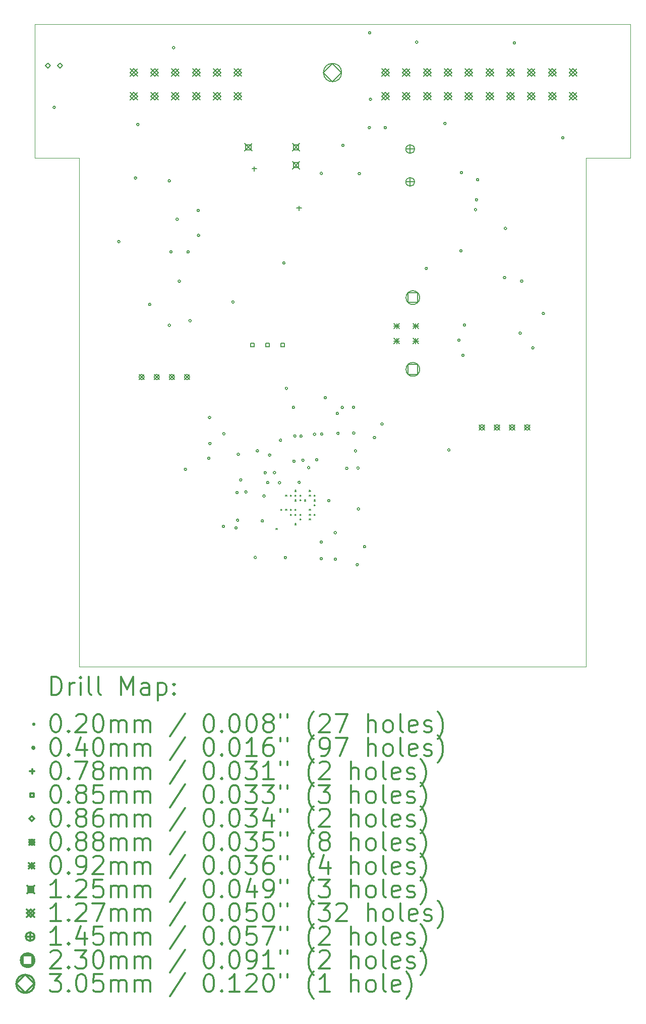
<source format=gbr>
%FSLAX45Y45*%
G04 Gerber Fmt 4.5, Leading zero omitted, Abs format (unit mm)*
G04 Created by KiCad (PCBNEW (5.1.6-0-10_14)) date 2021-12-24 10:54:02*
%MOMM*%
%LPD*%
G01*
G04 APERTURE LIST*
%TA.AperFunction,Profile*%
%ADD10C,0.100000*%
%TD*%
%ADD11C,0.200000*%
%ADD12C,0.300000*%
G04 APERTURE END LIST*
D10*
X5000000Y-4192000D02*
X5745000Y-4192000D01*
X5000000Y-6431000D02*
X5000000Y-4192000D01*
X5745000Y-6431000D02*
X5000000Y-6431000D01*
X15000000Y-4192000D02*
X14255000Y-4192000D01*
X15000000Y-6431000D02*
X15000000Y-4192000D01*
X14255000Y-6431000D02*
X15000000Y-6431000D01*
X14255000Y-14967000D02*
X14255000Y-6431000D01*
X5744972Y-14966950D02*
X14254972Y-14966950D01*
X5745000Y-14967000D02*
X5745000Y-6431000D01*
X5745000Y-4192000D02*
X14255000Y-4192000D01*
D11*
X9050180Y-12646820D02*
X9070180Y-12666820D01*
X9070180Y-12646820D02*
X9050180Y-12666820D01*
X9130190Y-12326780D02*
X9150190Y-12346780D01*
X9150190Y-12326780D02*
X9130190Y-12346780D01*
X9210200Y-12086750D02*
X9230200Y-12106750D01*
X9230200Y-12086750D02*
X9210200Y-12106750D01*
X9210200Y-12326780D02*
X9230200Y-12346780D01*
X9230200Y-12326780D02*
X9210200Y-12346780D01*
X9290210Y-12326780D02*
X9310210Y-12346780D01*
X9310210Y-12326780D02*
X9290210Y-12346780D01*
X9290210Y-12406790D02*
X9310210Y-12426790D01*
X9310210Y-12406790D02*
X9290210Y-12426790D01*
X9291480Y-12085480D02*
X9311480Y-12105480D01*
X9311480Y-12085480D02*
X9291480Y-12105480D01*
X9370220Y-12086750D02*
X9390220Y-12106750D01*
X9390220Y-12086750D02*
X9370220Y-12106750D01*
X9370220Y-12166760D02*
X9390220Y-12186760D01*
X9390220Y-12166760D02*
X9370220Y-12186760D01*
X9370220Y-12326780D02*
X9390220Y-12346780D01*
X9390220Y-12326780D02*
X9370220Y-12346780D01*
X9370220Y-12406790D02*
X9390220Y-12426790D01*
X9390220Y-12406790D02*
X9370220Y-12426790D01*
X9370474Y-12566556D02*
X9390474Y-12586556D01*
X9390474Y-12566556D02*
X9370474Y-12586556D01*
X9370514Y-12006446D02*
X9390514Y-12026446D01*
X9390514Y-12006446D02*
X9370514Y-12026446D01*
X9450230Y-12086750D02*
X9470230Y-12106750D01*
X9470230Y-12086750D02*
X9450230Y-12106750D01*
X9450230Y-12166506D02*
X9470230Y-12186506D01*
X9470230Y-12166506D02*
X9450230Y-12186506D01*
X9450230Y-12406790D02*
X9470230Y-12426790D01*
X9470230Y-12406790D02*
X9450230Y-12426790D01*
X9450230Y-12486800D02*
X9470230Y-12506800D01*
X9470230Y-12486800D02*
X9450230Y-12506800D01*
X9530240Y-12166760D02*
X9550240Y-12186760D01*
X9550240Y-12166760D02*
X9530240Y-12186760D01*
X9608980Y-12008010D02*
X9628980Y-12028010D01*
X9628980Y-12008010D02*
X9608980Y-12028010D01*
X9610250Y-12086750D02*
X9630250Y-12106750D01*
X9630250Y-12086750D02*
X9610250Y-12106750D01*
X9610250Y-12326780D02*
X9630250Y-12346780D01*
X9630250Y-12326780D02*
X9610250Y-12346780D01*
X9610250Y-12406790D02*
X9630250Y-12426790D01*
X9630250Y-12406790D02*
X9610250Y-12426790D01*
X9610250Y-12486800D02*
X9630250Y-12506800D01*
X9630250Y-12486800D02*
X9610250Y-12506800D01*
X9690006Y-12166760D02*
X9710006Y-12186760D01*
X9710006Y-12166760D02*
X9690006Y-12186760D01*
X9690006Y-12246516D02*
X9710006Y-12266516D01*
X9710006Y-12246516D02*
X9690006Y-12266516D01*
X9690260Y-12086750D02*
X9710260Y-12106750D01*
X9710260Y-12086750D02*
X9690260Y-12106750D01*
X9690260Y-12406790D02*
X9710260Y-12426790D01*
X9710260Y-12406790D02*
X9690260Y-12426790D01*
X5346380Y-5582920D02*
G75*
G03*
X5346380Y-5582920I-20000J0D01*
G01*
X6430960Y-7835900D02*
G75*
G03*
X6430960Y-7835900I-20000J0D01*
G01*
X6711630Y-6769100D02*
G75*
G03*
X6711630Y-6769100I-20000J0D01*
G01*
X6751000Y-5872480D02*
G75*
G03*
X6751000Y-5872480I-20000J0D01*
G01*
X6949120Y-8890000D02*
G75*
G03*
X6949120Y-8890000I-20000J0D01*
G01*
X7279320Y-6817360D02*
G75*
G03*
X7279320Y-6817360I-20000J0D01*
G01*
X7279320Y-9240520D02*
G75*
G03*
X7279320Y-9240520I-20000J0D01*
G01*
X7308202Y-8008948D02*
G75*
G03*
X7308202Y-8008948I-20000J0D01*
G01*
X7352980Y-4583430D02*
G75*
G03*
X7352980Y-4583430I-20000J0D01*
G01*
X7411400Y-7462520D02*
G75*
G03*
X7411400Y-7462520I-20000J0D01*
G01*
X7446960Y-8501380D02*
G75*
G03*
X7446960Y-8501380I-20000J0D01*
G01*
X7549830Y-11656060D02*
G75*
G03*
X7549830Y-11656060I-20000J0D01*
G01*
X7593010Y-8008620D02*
G75*
G03*
X7593010Y-8008620I-20000J0D01*
G01*
X7627300Y-9164320D02*
G75*
G03*
X7627300Y-9164320I-20000J0D01*
G01*
X7764460Y-7312660D02*
G75*
G03*
X7764460Y-7312660I-20000J0D01*
G01*
X7769540Y-7731760D02*
G75*
G03*
X7769540Y-7731760I-20000J0D01*
G01*
X7942260Y-11473180D02*
G75*
G03*
X7942260Y-11473180I-20000J0D01*
G01*
X7954960Y-10787380D02*
G75*
G03*
X7954960Y-10787380I-20000J0D01*
G01*
X7961310Y-11224260D02*
G75*
G03*
X7961310Y-11224260I-20000J0D01*
G01*
X8188640Y-12614910D02*
G75*
G03*
X8188640Y-12614910I-20000J0D01*
G01*
X8196260Y-11059160D02*
G75*
G03*
X8196260Y-11059160I-20000J0D01*
G01*
X8348660Y-8849360D02*
G75*
G03*
X8348660Y-8849360I-20000J0D01*
G01*
X8398440Y-12641350D02*
G75*
G03*
X8398440Y-12641350I-20000J0D01*
G01*
X8415970Y-12047220D02*
G75*
G03*
X8415970Y-12047220I-20000J0D01*
G01*
X8426130Y-12509500D02*
G75*
G03*
X8426130Y-12509500I-20000J0D01*
G01*
X8437560Y-11404600D02*
G75*
G03*
X8437560Y-11404600I-20000J0D01*
G01*
X8478200Y-11833860D02*
G75*
G03*
X8478200Y-11833860I-20000J0D01*
G01*
X8564560Y-12034520D02*
G75*
G03*
X8564560Y-12034520I-20000J0D01*
G01*
X8722040Y-13134340D02*
G75*
G03*
X8722040Y-13134340I-20000J0D01*
G01*
X8757600Y-11346180D02*
G75*
G03*
X8757600Y-11346180I-20000J0D01*
G01*
X8841420Y-12522200D02*
G75*
G03*
X8841420Y-12522200I-20000J0D01*
G01*
X8869360Y-12104370D02*
G75*
G03*
X8869360Y-12104370I-20000J0D01*
G01*
X8888410Y-11714480D02*
G75*
G03*
X8888410Y-11714480I-20000J0D01*
G01*
X8930320Y-11878381D02*
G75*
G03*
X8930320Y-11878381I-20000J0D01*
G01*
X8963340Y-11417300D02*
G75*
G03*
X8963340Y-11417300I-20000J0D01*
G01*
X9044620Y-11711940D02*
G75*
G03*
X9044620Y-11711940I-20000J0D01*
G01*
X9129404Y-11881156D02*
G75*
G03*
X9129404Y-11881156I-20000J0D01*
G01*
X9146220Y-11168380D02*
G75*
G03*
X9146220Y-11168380I-20000J0D01*
G01*
X9202100Y-8196580D02*
G75*
G03*
X9202100Y-8196580I-20000J0D01*
G01*
X9227500Y-13136880D02*
G75*
G03*
X9227500Y-13136880I-20000J0D01*
G01*
X9245280Y-10299700D02*
G75*
G03*
X9245280Y-10299700I-20000J0D01*
G01*
X9362120Y-10617200D02*
G75*
G03*
X9362120Y-10617200I-20000J0D01*
G01*
X9371010Y-11521440D02*
G75*
G03*
X9371010Y-11521440I-20000J0D01*
G01*
X9386688Y-11097809D02*
G75*
G03*
X9386688Y-11097809I-20000J0D01*
G01*
X9458640Y-11874500D02*
G75*
G03*
X9458640Y-11874500I-20000J0D01*
G01*
X9489120Y-11099800D02*
G75*
G03*
X9489120Y-11099800I-20000J0D01*
G01*
X9522140Y-11503660D02*
G75*
G03*
X9522140Y-11503660I-20000J0D01*
G01*
X9618660Y-11628120D02*
G75*
G03*
X9618660Y-11628120I-20000J0D01*
G01*
X9717653Y-11069320D02*
G75*
G03*
X9717653Y-11069320I-20000J0D01*
G01*
X9753280Y-11496040D02*
G75*
G03*
X9753280Y-11496040I-20000J0D01*
G01*
X9829480Y-12876530D02*
G75*
G03*
X9829480Y-12876530I-20000J0D01*
G01*
X9829480Y-13157200D02*
G75*
G03*
X9829480Y-13157200I-20000J0D01*
G01*
X9830750Y-6691630D02*
G75*
G03*
X9830750Y-6691630I-20000J0D01*
G01*
X9837100Y-11066780D02*
G75*
G03*
X9837100Y-11066780I-20000J0D01*
G01*
X9898060Y-10454640D02*
G75*
G03*
X9898060Y-10454640I-20000J0D01*
G01*
X9956480Y-12181840D02*
G75*
G03*
X9956480Y-12181840I-20000J0D01*
G01*
X10064430Y-12720320D02*
G75*
G03*
X10064430Y-12720320I-20000J0D01*
G01*
X10068240Y-13164820D02*
G75*
G03*
X10068240Y-13164820I-20000J0D01*
G01*
X10098720Y-10718800D02*
G75*
G03*
X10098720Y-10718800I-20000J0D01*
G01*
X10111420Y-11054080D02*
G75*
G03*
X10111420Y-11054080I-20000J0D01*
G01*
X10182540Y-10619740D02*
G75*
G03*
X10182540Y-10619740I-20000J0D01*
G01*
X10192700Y-6223000D02*
G75*
G03*
X10192700Y-6223000I-20000J0D01*
G01*
X10258740Y-11640820D02*
G75*
G03*
X10258740Y-11640820I-20000J0D01*
G01*
X10373040Y-10614660D02*
G75*
G03*
X10373040Y-10614660I-20000J0D01*
G01*
X10375580Y-11049000D02*
G75*
G03*
X10375580Y-11049000I-20000J0D01*
G01*
X10405550Y-11347450D02*
G75*
G03*
X10405550Y-11347450I-20000J0D01*
G01*
X10434000Y-13256260D02*
G75*
G03*
X10434000Y-13256260I-20000J0D01*
G01*
X10446700Y-11637010D02*
G75*
G03*
X10446700Y-11637010I-20000J0D01*
G01*
X10454320Y-12321540D02*
G75*
G03*
X10454320Y-12321540I-20000J0D01*
G01*
X10469560Y-6695440D02*
G75*
G03*
X10469560Y-6695440I-20000J0D01*
G01*
X10555920Y-12954000D02*
G75*
G03*
X10555920Y-12954000I-20000J0D01*
G01*
X10637200Y-5924550D02*
G75*
G03*
X10637200Y-5924550I-20000J0D01*
G01*
X10642280Y-4331970D02*
G75*
G03*
X10642280Y-4331970I-20000J0D01*
G01*
X10656250Y-5449570D02*
G75*
G03*
X10656250Y-5449570I-20000J0D01*
G01*
X10723560Y-11123930D02*
G75*
G03*
X10723560Y-11123930I-20000J0D01*
G01*
X10850560Y-10896600D02*
G75*
G03*
X10850560Y-10896600I-20000J0D01*
G01*
X10903900Y-5924550D02*
G75*
G03*
X10903900Y-5924550I-20000J0D01*
G01*
X11432220Y-4490720D02*
G75*
G03*
X11432220Y-4490720I-20000J0D01*
G01*
X11593510Y-8286750D02*
G75*
G03*
X11593510Y-8286750I-20000J0D01*
G01*
X11907200Y-5854700D02*
G75*
G03*
X11907200Y-5854700I-20000J0D01*
G01*
X11971970Y-11332210D02*
G75*
G03*
X11971970Y-11332210I-20000J0D01*
G01*
X12140880Y-9489440D02*
G75*
G03*
X12140880Y-9489440I-20000J0D01*
G01*
X12175170Y-7989570D02*
G75*
G03*
X12175170Y-7989570I-20000J0D01*
G01*
X12184060Y-6680200D02*
G75*
G03*
X12184060Y-6680200I-20000J0D01*
G01*
X12209460Y-9743440D02*
G75*
G03*
X12209460Y-9743440I-20000J0D01*
G01*
X12233590Y-9235440D02*
G75*
G03*
X12233590Y-9235440I-20000J0D01*
G01*
X12420280Y-7299960D02*
G75*
G03*
X12420280Y-7299960I-20000J0D01*
G01*
X12435520Y-7134860D02*
G75*
G03*
X12435520Y-7134860I-20000J0D01*
G01*
X12456475Y-6797675D02*
G75*
G03*
X12456475Y-6797675I-20000J0D01*
G01*
X12907960Y-8439150D02*
G75*
G03*
X12907960Y-8439150I-20000J0D01*
G01*
X12921930Y-7614920D02*
G75*
G03*
X12921930Y-7614920I-20000J0D01*
G01*
X13073060Y-4504690D02*
G75*
G03*
X13073060Y-4504690I-20000J0D01*
G01*
X13169580Y-9372600D02*
G75*
G03*
X13169580Y-9372600I-20000J0D01*
G01*
X13194980Y-8498840D02*
G75*
G03*
X13194980Y-8498840I-20000J0D01*
G01*
X13382940Y-9618980D02*
G75*
G03*
X13382940Y-9618980I-20000J0D01*
G01*
X13558200Y-9042400D02*
G75*
G03*
X13558200Y-9042400I-20000J0D01*
G01*
X13884590Y-6093460D02*
G75*
G03*
X13884590Y-6093460I-20000J0D01*
G01*
X8686800Y-6575270D02*
X8686800Y-6653050D01*
X8647910Y-6614160D02*
X8725690Y-6614160D01*
X9436800Y-7235270D02*
X9436800Y-7313050D01*
X9397910Y-7274160D02*
X9475690Y-7274160D01*
X8686372Y-9600772D02*
X8686372Y-9540668D01*
X8626268Y-9540668D01*
X8626268Y-9600772D01*
X8686372Y-9600772D01*
X8940372Y-9600772D02*
X8940372Y-9540668D01*
X8880268Y-9540668D01*
X8880268Y-9600772D01*
X8940372Y-9600772D01*
X9194372Y-9600772D02*
X9194372Y-9540668D01*
X9134268Y-9540668D01*
X9134268Y-9600772D01*
X9194372Y-9600772D01*
X5221300Y-4924000D02*
X5264300Y-4881000D01*
X5221300Y-4838000D01*
X5178300Y-4881000D01*
X5221300Y-4924000D01*
X5421300Y-4924000D02*
X5464300Y-4881000D01*
X5421300Y-4838000D01*
X5378300Y-4881000D01*
X5421300Y-4924000D01*
X6750500Y-10065200D02*
X6838500Y-10153200D01*
X6838500Y-10065200D02*
X6750500Y-10153200D01*
X6838500Y-10109200D02*
G75*
G03*
X6838500Y-10109200I-44000J0D01*
G01*
X7004500Y-10065200D02*
X7092500Y-10153200D01*
X7092500Y-10065200D02*
X7004500Y-10153200D01*
X7092500Y-10109200D02*
G75*
G03*
X7092500Y-10109200I-44000J0D01*
G01*
X7258500Y-10065200D02*
X7346500Y-10153200D01*
X7346500Y-10065200D02*
X7258500Y-10153200D01*
X7346500Y-10109200D02*
G75*
G03*
X7346500Y-10109200I-44000J0D01*
G01*
X7512500Y-10065200D02*
X7600500Y-10153200D01*
X7600500Y-10065200D02*
X7512500Y-10153200D01*
X7600500Y-10109200D02*
G75*
G03*
X7600500Y-10109200I-44000J0D01*
G01*
X12462960Y-10908480D02*
X12550960Y-10996480D01*
X12550960Y-10908480D02*
X12462960Y-10996480D01*
X12550960Y-10952480D02*
G75*
G03*
X12550960Y-10952480I-44000J0D01*
G01*
X12716960Y-10908480D02*
X12804960Y-10996480D01*
X12804960Y-10908480D02*
X12716960Y-10996480D01*
X12804960Y-10952480D02*
G75*
G03*
X12804960Y-10952480I-44000J0D01*
G01*
X12970960Y-10908480D02*
X13058960Y-10996480D01*
X13058960Y-10908480D02*
X12970960Y-10996480D01*
X13058960Y-10952480D02*
G75*
G03*
X13058960Y-10952480I-44000J0D01*
G01*
X13224960Y-10908480D02*
X13312960Y-10996480D01*
X13312960Y-10908480D02*
X13224960Y-10996480D01*
X13312960Y-10952480D02*
G75*
G03*
X13312960Y-10952480I-44000J0D01*
G01*
X11030940Y-9207220D02*
X11122940Y-9299220D01*
X11122940Y-9207220D02*
X11030940Y-9299220D01*
X11076940Y-9207220D02*
X11076940Y-9299220D01*
X11030940Y-9253220D02*
X11122940Y-9253220D01*
X11030940Y-9457220D02*
X11122940Y-9549220D01*
X11122940Y-9457220D02*
X11030940Y-9549220D01*
X11076940Y-9457220D02*
X11076940Y-9549220D01*
X11030940Y-9503220D02*
X11122940Y-9503220D01*
X11350940Y-9207220D02*
X11442940Y-9299220D01*
X11442940Y-9207220D02*
X11350940Y-9299220D01*
X11396940Y-9207220D02*
X11396940Y-9299220D01*
X11350940Y-9253220D02*
X11442940Y-9253220D01*
X11350940Y-9457220D02*
X11442940Y-9549220D01*
X11442940Y-9457220D02*
X11350940Y-9549220D01*
X11396940Y-9457220D02*
X11396940Y-9549220D01*
X11350940Y-9503220D02*
X11442940Y-9503220D01*
X8524300Y-6191660D02*
X8649300Y-6316660D01*
X8649300Y-6191660D02*
X8524300Y-6316660D01*
X8630995Y-6298355D02*
X8630995Y-6209965D01*
X8542605Y-6209965D01*
X8542605Y-6298355D01*
X8630995Y-6298355D01*
X9324300Y-6191660D02*
X9449300Y-6316660D01*
X9449300Y-6191660D02*
X9324300Y-6316660D01*
X9430995Y-6298355D02*
X9430995Y-6209965D01*
X9342605Y-6209965D01*
X9342605Y-6298355D01*
X9430995Y-6298355D01*
X9324300Y-6491660D02*
X9449300Y-6616660D01*
X9449300Y-6491660D02*
X9324300Y-6616660D01*
X9430995Y-6598355D02*
X9430995Y-6509965D01*
X9342605Y-6509965D01*
X9342605Y-6598355D01*
X9430995Y-6598355D01*
X6598500Y-4936500D02*
X6725500Y-5063500D01*
X6725500Y-4936500D02*
X6598500Y-5063500D01*
X6662000Y-5063500D02*
X6725500Y-5000000D01*
X6662000Y-4936500D01*
X6598500Y-5000000D01*
X6662000Y-5063500D01*
X6598500Y-5336500D02*
X6725500Y-5463500D01*
X6725500Y-5336500D02*
X6598500Y-5463500D01*
X6662000Y-5463500D02*
X6725500Y-5400000D01*
X6662000Y-5336500D01*
X6598500Y-5400000D01*
X6662000Y-5463500D01*
X6948500Y-4936500D02*
X7075500Y-5063500D01*
X7075500Y-4936500D02*
X6948500Y-5063500D01*
X7012000Y-5063500D02*
X7075500Y-5000000D01*
X7012000Y-4936500D01*
X6948500Y-5000000D01*
X7012000Y-5063500D01*
X6948500Y-5336500D02*
X7075500Y-5463500D01*
X7075500Y-5336500D02*
X6948500Y-5463500D01*
X7012000Y-5463500D02*
X7075500Y-5400000D01*
X7012000Y-5336500D01*
X6948500Y-5400000D01*
X7012000Y-5463500D01*
X7298500Y-4936500D02*
X7425500Y-5063500D01*
X7425500Y-4936500D02*
X7298500Y-5063500D01*
X7362000Y-5063500D02*
X7425500Y-5000000D01*
X7362000Y-4936500D01*
X7298500Y-5000000D01*
X7362000Y-5063500D01*
X7298500Y-5336500D02*
X7425500Y-5463500D01*
X7425500Y-5336500D02*
X7298500Y-5463500D01*
X7362000Y-5463500D02*
X7425500Y-5400000D01*
X7362000Y-5336500D01*
X7298500Y-5400000D01*
X7362000Y-5463500D01*
X7648500Y-4936500D02*
X7775500Y-5063500D01*
X7775500Y-4936500D02*
X7648500Y-5063500D01*
X7712000Y-5063500D02*
X7775500Y-5000000D01*
X7712000Y-4936500D01*
X7648500Y-5000000D01*
X7712000Y-5063500D01*
X7648500Y-5336500D02*
X7775500Y-5463500D01*
X7775500Y-5336500D02*
X7648500Y-5463500D01*
X7712000Y-5463500D02*
X7775500Y-5400000D01*
X7712000Y-5336500D01*
X7648500Y-5400000D01*
X7712000Y-5463500D01*
X7998500Y-4936500D02*
X8125500Y-5063500D01*
X8125500Y-4936500D02*
X7998500Y-5063500D01*
X8062000Y-5063500D02*
X8125500Y-5000000D01*
X8062000Y-4936500D01*
X7998500Y-5000000D01*
X8062000Y-5063500D01*
X7998500Y-5336500D02*
X8125500Y-5463500D01*
X8125500Y-5336500D02*
X7998500Y-5463500D01*
X8062000Y-5463500D02*
X8125500Y-5400000D01*
X8062000Y-5336500D01*
X7998500Y-5400000D01*
X8062000Y-5463500D01*
X8348500Y-4936500D02*
X8475500Y-5063500D01*
X8475500Y-4936500D02*
X8348500Y-5063500D01*
X8412000Y-5063500D02*
X8475500Y-5000000D01*
X8412000Y-4936500D01*
X8348500Y-5000000D01*
X8412000Y-5063500D01*
X8348500Y-5336500D02*
X8475500Y-5463500D01*
X8475500Y-5336500D02*
X8348500Y-5463500D01*
X8412000Y-5463500D02*
X8475500Y-5400000D01*
X8412000Y-5336500D01*
X8348500Y-5400000D01*
X8412000Y-5463500D01*
X10825500Y-4936500D02*
X10952500Y-5063500D01*
X10952500Y-4936500D02*
X10825500Y-5063500D01*
X10889000Y-5063500D02*
X10952500Y-5000000D01*
X10889000Y-4936500D01*
X10825500Y-5000000D01*
X10889000Y-5063500D01*
X10825500Y-5336500D02*
X10952500Y-5463500D01*
X10952500Y-5336500D02*
X10825500Y-5463500D01*
X10889000Y-5463500D02*
X10952500Y-5400000D01*
X10889000Y-5336500D01*
X10825500Y-5400000D01*
X10889000Y-5463500D01*
X11175500Y-4936500D02*
X11302500Y-5063500D01*
X11302500Y-4936500D02*
X11175500Y-5063500D01*
X11239000Y-5063500D02*
X11302500Y-5000000D01*
X11239000Y-4936500D01*
X11175500Y-5000000D01*
X11239000Y-5063500D01*
X11175500Y-5336500D02*
X11302500Y-5463500D01*
X11302500Y-5336500D02*
X11175500Y-5463500D01*
X11239000Y-5463500D02*
X11302500Y-5400000D01*
X11239000Y-5336500D01*
X11175500Y-5400000D01*
X11239000Y-5463500D01*
X11525500Y-4936500D02*
X11652500Y-5063500D01*
X11652500Y-4936500D02*
X11525500Y-5063500D01*
X11589000Y-5063500D02*
X11652500Y-5000000D01*
X11589000Y-4936500D01*
X11525500Y-5000000D01*
X11589000Y-5063500D01*
X11525500Y-5336500D02*
X11652500Y-5463500D01*
X11652500Y-5336500D02*
X11525500Y-5463500D01*
X11589000Y-5463500D02*
X11652500Y-5400000D01*
X11589000Y-5336500D01*
X11525500Y-5400000D01*
X11589000Y-5463500D01*
X11875500Y-4936500D02*
X12002500Y-5063500D01*
X12002500Y-4936500D02*
X11875500Y-5063500D01*
X11939000Y-5063500D02*
X12002500Y-5000000D01*
X11939000Y-4936500D01*
X11875500Y-5000000D01*
X11939000Y-5063500D01*
X11875500Y-5336500D02*
X12002500Y-5463500D01*
X12002500Y-5336500D02*
X11875500Y-5463500D01*
X11939000Y-5463500D02*
X12002500Y-5400000D01*
X11939000Y-5336500D01*
X11875500Y-5400000D01*
X11939000Y-5463500D01*
X12225500Y-4936500D02*
X12352500Y-5063500D01*
X12352500Y-4936500D02*
X12225500Y-5063500D01*
X12289000Y-5063500D02*
X12352500Y-5000000D01*
X12289000Y-4936500D01*
X12225500Y-5000000D01*
X12289000Y-5063500D01*
X12225500Y-5336500D02*
X12352500Y-5463500D01*
X12352500Y-5336500D02*
X12225500Y-5463500D01*
X12289000Y-5463500D02*
X12352500Y-5400000D01*
X12289000Y-5336500D01*
X12225500Y-5400000D01*
X12289000Y-5463500D01*
X12575500Y-4936500D02*
X12702500Y-5063500D01*
X12702500Y-4936500D02*
X12575500Y-5063500D01*
X12639000Y-5063500D02*
X12702500Y-5000000D01*
X12639000Y-4936500D01*
X12575500Y-5000000D01*
X12639000Y-5063500D01*
X12575500Y-5336500D02*
X12702500Y-5463500D01*
X12702500Y-5336500D02*
X12575500Y-5463500D01*
X12639000Y-5463500D02*
X12702500Y-5400000D01*
X12639000Y-5336500D01*
X12575500Y-5400000D01*
X12639000Y-5463500D01*
X12925500Y-4936500D02*
X13052500Y-5063500D01*
X13052500Y-4936500D02*
X12925500Y-5063500D01*
X12989000Y-5063500D02*
X13052500Y-5000000D01*
X12989000Y-4936500D01*
X12925500Y-5000000D01*
X12989000Y-5063500D01*
X12925500Y-5336500D02*
X13052500Y-5463500D01*
X13052500Y-5336500D02*
X12925500Y-5463500D01*
X12989000Y-5463500D02*
X13052500Y-5400000D01*
X12989000Y-5336500D01*
X12925500Y-5400000D01*
X12989000Y-5463500D01*
X13275500Y-4936500D02*
X13402500Y-5063500D01*
X13402500Y-4936500D02*
X13275500Y-5063500D01*
X13339000Y-5063500D02*
X13402500Y-5000000D01*
X13339000Y-4936500D01*
X13275500Y-5000000D01*
X13339000Y-5063500D01*
X13275500Y-5336500D02*
X13402500Y-5463500D01*
X13402500Y-5336500D02*
X13275500Y-5463500D01*
X13339000Y-5463500D02*
X13402500Y-5400000D01*
X13339000Y-5336500D01*
X13275500Y-5400000D01*
X13339000Y-5463500D01*
X13625500Y-4936500D02*
X13752500Y-5063500D01*
X13752500Y-4936500D02*
X13625500Y-5063500D01*
X13689000Y-5063500D02*
X13752500Y-5000000D01*
X13689000Y-4936500D01*
X13625500Y-5000000D01*
X13689000Y-5063500D01*
X13625500Y-5336500D02*
X13752500Y-5463500D01*
X13752500Y-5336500D02*
X13625500Y-5463500D01*
X13689000Y-5463500D02*
X13752500Y-5400000D01*
X13689000Y-5336500D01*
X13625500Y-5400000D01*
X13689000Y-5463500D01*
X13975500Y-4936500D02*
X14102500Y-5063500D01*
X14102500Y-4936500D02*
X13975500Y-5063500D01*
X14039000Y-5063500D02*
X14102500Y-5000000D01*
X14039000Y-4936500D01*
X13975500Y-5000000D01*
X14039000Y-5063500D01*
X13975500Y-5336500D02*
X14102500Y-5463500D01*
X14102500Y-5336500D02*
X13975500Y-5463500D01*
X14039000Y-5463500D02*
X14102500Y-5400000D01*
X14039000Y-5336500D01*
X13975500Y-5400000D01*
X14039000Y-5463500D01*
X11303000Y-6211460D02*
X11303000Y-6356460D01*
X11230500Y-6283960D02*
X11375500Y-6283960D01*
X11375500Y-6283960D02*
G75*
G03*
X11375500Y-6283960I-72500J0D01*
G01*
X11303000Y-6761460D02*
X11303000Y-6906460D01*
X11230500Y-6833960D02*
X11375500Y-6833960D01*
X11375500Y-6833960D02*
G75*
G03*
X11375500Y-6833960I-72500J0D01*
G01*
X11429258Y-8857538D02*
X11429258Y-8694902D01*
X11266622Y-8694902D01*
X11266622Y-8857538D01*
X11429258Y-8857538D01*
X11462940Y-8776220D02*
G75*
G03*
X11462940Y-8776220I-115000J0D01*
G01*
X11429258Y-10061538D02*
X11429258Y-9898902D01*
X11266622Y-9898902D01*
X11266622Y-10061538D01*
X11429258Y-10061538D01*
X11462940Y-9980220D02*
G75*
G03*
X11462940Y-9980220I-115000J0D01*
G01*
X10000000Y-5152500D02*
X10152500Y-5000000D01*
X10000000Y-4847500D01*
X9847500Y-5000000D01*
X10000000Y-5152500D01*
X10152500Y-5000000D02*
G75*
G03*
X10152500Y-5000000I-152500J0D01*
G01*
D12*
X5281428Y-15437714D02*
X5281428Y-15137714D01*
X5352857Y-15137714D01*
X5395714Y-15152000D01*
X5424286Y-15180571D01*
X5438571Y-15209143D01*
X5452857Y-15266286D01*
X5452857Y-15309143D01*
X5438571Y-15366286D01*
X5424286Y-15394857D01*
X5395714Y-15423429D01*
X5352857Y-15437714D01*
X5281428Y-15437714D01*
X5581428Y-15437714D02*
X5581428Y-15237714D01*
X5581428Y-15294857D02*
X5595714Y-15266286D01*
X5610000Y-15252000D01*
X5638571Y-15237714D01*
X5667143Y-15237714D01*
X5767143Y-15437714D02*
X5767143Y-15237714D01*
X5767143Y-15137714D02*
X5752857Y-15152000D01*
X5767143Y-15166286D01*
X5781428Y-15152000D01*
X5767143Y-15137714D01*
X5767143Y-15166286D01*
X5952857Y-15437714D02*
X5924286Y-15423429D01*
X5910000Y-15394857D01*
X5910000Y-15137714D01*
X6110000Y-15437714D02*
X6081428Y-15423429D01*
X6067143Y-15394857D01*
X6067143Y-15137714D01*
X6452857Y-15437714D02*
X6452857Y-15137714D01*
X6552857Y-15352000D01*
X6652857Y-15137714D01*
X6652857Y-15437714D01*
X6924286Y-15437714D02*
X6924286Y-15280571D01*
X6910000Y-15252000D01*
X6881428Y-15237714D01*
X6824286Y-15237714D01*
X6795714Y-15252000D01*
X6924286Y-15423429D02*
X6895714Y-15437714D01*
X6824286Y-15437714D01*
X6795714Y-15423429D01*
X6781428Y-15394857D01*
X6781428Y-15366286D01*
X6795714Y-15337714D01*
X6824286Y-15323429D01*
X6895714Y-15323429D01*
X6924286Y-15309143D01*
X7067143Y-15237714D02*
X7067143Y-15537714D01*
X7067143Y-15252000D02*
X7095714Y-15237714D01*
X7152857Y-15237714D01*
X7181428Y-15252000D01*
X7195714Y-15266286D01*
X7210000Y-15294857D01*
X7210000Y-15380571D01*
X7195714Y-15409143D01*
X7181428Y-15423429D01*
X7152857Y-15437714D01*
X7095714Y-15437714D01*
X7067143Y-15423429D01*
X7338571Y-15409143D02*
X7352857Y-15423429D01*
X7338571Y-15437714D01*
X7324286Y-15423429D01*
X7338571Y-15409143D01*
X7338571Y-15437714D01*
X7338571Y-15252000D02*
X7352857Y-15266286D01*
X7338571Y-15280571D01*
X7324286Y-15266286D01*
X7338571Y-15252000D01*
X7338571Y-15280571D01*
X4975000Y-15922000D02*
X4995000Y-15942000D01*
X4995000Y-15922000D02*
X4975000Y-15942000D01*
X5338571Y-15767714D02*
X5367143Y-15767714D01*
X5395714Y-15782000D01*
X5410000Y-15796286D01*
X5424286Y-15824857D01*
X5438571Y-15882000D01*
X5438571Y-15953429D01*
X5424286Y-16010571D01*
X5410000Y-16039143D01*
X5395714Y-16053429D01*
X5367143Y-16067714D01*
X5338571Y-16067714D01*
X5310000Y-16053429D01*
X5295714Y-16039143D01*
X5281428Y-16010571D01*
X5267143Y-15953429D01*
X5267143Y-15882000D01*
X5281428Y-15824857D01*
X5295714Y-15796286D01*
X5310000Y-15782000D01*
X5338571Y-15767714D01*
X5567143Y-16039143D02*
X5581428Y-16053429D01*
X5567143Y-16067714D01*
X5552857Y-16053429D01*
X5567143Y-16039143D01*
X5567143Y-16067714D01*
X5695714Y-15796286D02*
X5710000Y-15782000D01*
X5738571Y-15767714D01*
X5810000Y-15767714D01*
X5838571Y-15782000D01*
X5852857Y-15796286D01*
X5867143Y-15824857D01*
X5867143Y-15853429D01*
X5852857Y-15896286D01*
X5681428Y-16067714D01*
X5867143Y-16067714D01*
X6052857Y-15767714D02*
X6081428Y-15767714D01*
X6110000Y-15782000D01*
X6124286Y-15796286D01*
X6138571Y-15824857D01*
X6152857Y-15882000D01*
X6152857Y-15953429D01*
X6138571Y-16010571D01*
X6124286Y-16039143D01*
X6110000Y-16053429D01*
X6081428Y-16067714D01*
X6052857Y-16067714D01*
X6024286Y-16053429D01*
X6010000Y-16039143D01*
X5995714Y-16010571D01*
X5981428Y-15953429D01*
X5981428Y-15882000D01*
X5995714Y-15824857D01*
X6010000Y-15796286D01*
X6024286Y-15782000D01*
X6052857Y-15767714D01*
X6281428Y-16067714D02*
X6281428Y-15867714D01*
X6281428Y-15896286D02*
X6295714Y-15882000D01*
X6324286Y-15867714D01*
X6367143Y-15867714D01*
X6395714Y-15882000D01*
X6410000Y-15910571D01*
X6410000Y-16067714D01*
X6410000Y-15910571D02*
X6424286Y-15882000D01*
X6452857Y-15867714D01*
X6495714Y-15867714D01*
X6524286Y-15882000D01*
X6538571Y-15910571D01*
X6538571Y-16067714D01*
X6681428Y-16067714D02*
X6681428Y-15867714D01*
X6681428Y-15896286D02*
X6695714Y-15882000D01*
X6724286Y-15867714D01*
X6767143Y-15867714D01*
X6795714Y-15882000D01*
X6810000Y-15910571D01*
X6810000Y-16067714D01*
X6810000Y-15910571D02*
X6824286Y-15882000D01*
X6852857Y-15867714D01*
X6895714Y-15867714D01*
X6924286Y-15882000D01*
X6938571Y-15910571D01*
X6938571Y-16067714D01*
X7524286Y-15753429D02*
X7267143Y-16139143D01*
X7910000Y-15767714D02*
X7938571Y-15767714D01*
X7967143Y-15782000D01*
X7981428Y-15796286D01*
X7995714Y-15824857D01*
X8010000Y-15882000D01*
X8010000Y-15953429D01*
X7995714Y-16010571D01*
X7981428Y-16039143D01*
X7967143Y-16053429D01*
X7938571Y-16067714D01*
X7910000Y-16067714D01*
X7881428Y-16053429D01*
X7867143Y-16039143D01*
X7852857Y-16010571D01*
X7838571Y-15953429D01*
X7838571Y-15882000D01*
X7852857Y-15824857D01*
X7867143Y-15796286D01*
X7881428Y-15782000D01*
X7910000Y-15767714D01*
X8138571Y-16039143D02*
X8152857Y-16053429D01*
X8138571Y-16067714D01*
X8124286Y-16053429D01*
X8138571Y-16039143D01*
X8138571Y-16067714D01*
X8338571Y-15767714D02*
X8367143Y-15767714D01*
X8395714Y-15782000D01*
X8410000Y-15796286D01*
X8424286Y-15824857D01*
X8438571Y-15882000D01*
X8438571Y-15953429D01*
X8424286Y-16010571D01*
X8410000Y-16039143D01*
X8395714Y-16053429D01*
X8367143Y-16067714D01*
X8338571Y-16067714D01*
X8310000Y-16053429D01*
X8295714Y-16039143D01*
X8281428Y-16010571D01*
X8267143Y-15953429D01*
X8267143Y-15882000D01*
X8281428Y-15824857D01*
X8295714Y-15796286D01*
X8310000Y-15782000D01*
X8338571Y-15767714D01*
X8624286Y-15767714D02*
X8652857Y-15767714D01*
X8681428Y-15782000D01*
X8695714Y-15796286D01*
X8710000Y-15824857D01*
X8724286Y-15882000D01*
X8724286Y-15953429D01*
X8710000Y-16010571D01*
X8695714Y-16039143D01*
X8681428Y-16053429D01*
X8652857Y-16067714D01*
X8624286Y-16067714D01*
X8595714Y-16053429D01*
X8581428Y-16039143D01*
X8567143Y-16010571D01*
X8552857Y-15953429D01*
X8552857Y-15882000D01*
X8567143Y-15824857D01*
X8581428Y-15796286D01*
X8595714Y-15782000D01*
X8624286Y-15767714D01*
X8895714Y-15896286D02*
X8867143Y-15882000D01*
X8852857Y-15867714D01*
X8838571Y-15839143D01*
X8838571Y-15824857D01*
X8852857Y-15796286D01*
X8867143Y-15782000D01*
X8895714Y-15767714D01*
X8952857Y-15767714D01*
X8981428Y-15782000D01*
X8995714Y-15796286D01*
X9010000Y-15824857D01*
X9010000Y-15839143D01*
X8995714Y-15867714D01*
X8981428Y-15882000D01*
X8952857Y-15896286D01*
X8895714Y-15896286D01*
X8867143Y-15910571D01*
X8852857Y-15924857D01*
X8838571Y-15953429D01*
X8838571Y-16010571D01*
X8852857Y-16039143D01*
X8867143Y-16053429D01*
X8895714Y-16067714D01*
X8952857Y-16067714D01*
X8981428Y-16053429D01*
X8995714Y-16039143D01*
X9010000Y-16010571D01*
X9010000Y-15953429D01*
X8995714Y-15924857D01*
X8981428Y-15910571D01*
X8952857Y-15896286D01*
X9124286Y-15767714D02*
X9124286Y-15824857D01*
X9238571Y-15767714D02*
X9238571Y-15824857D01*
X9681428Y-16182000D02*
X9667143Y-16167714D01*
X9638571Y-16124857D01*
X9624286Y-16096286D01*
X9610000Y-16053429D01*
X9595714Y-15982000D01*
X9595714Y-15924857D01*
X9610000Y-15853429D01*
X9624286Y-15810571D01*
X9638571Y-15782000D01*
X9667143Y-15739143D01*
X9681428Y-15724857D01*
X9781428Y-15796286D02*
X9795714Y-15782000D01*
X9824286Y-15767714D01*
X9895714Y-15767714D01*
X9924286Y-15782000D01*
X9938571Y-15796286D01*
X9952857Y-15824857D01*
X9952857Y-15853429D01*
X9938571Y-15896286D01*
X9767143Y-16067714D01*
X9952857Y-16067714D01*
X10052857Y-15767714D02*
X10252857Y-15767714D01*
X10124286Y-16067714D01*
X10595714Y-16067714D02*
X10595714Y-15767714D01*
X10724286Y-16067714D02*
X10724286Y-15910571D01*
X10710000Y-15882000D01*
X10681428Y-15867714D01*
X10638571Y-15867714D01*
X10610000Y-15882000D01*
X10595714Y-15896286D01*
X10910000Y-16067714D02*
X10881428Y-16053429D01*
X10867143Y-16039143D01*
X10852857Y-16010571D01*
X10852857Y-15924857D01*
X10867143Y-15896286D01*
X10881428Y-15882000D01*
X10910000Y-15867714D01*
X10952857Y-15867714D01*
X10981428Y-15882000D01*
X10995714Y-15896286D01*
X11010000Y-15924857D01*
X11010000Y-16010571D01*
X10995714Y-16039143D01*
X10981428Y-16053429D01*
X10952857Y-16067714D01*
X10910000Y-16067714D01*
X11181428Y-16067714D02*
X11152857Y-16053429D01*
X11138571Y-16024857D01*
X11138571Y-15767714D01*
X11410000Y-16053429D02*
X11381428Y-16067714D01*
X11324286Y-16067714D01*
X11295714Y-16053429D01*
X11281428Y-16024857D01*
X11281428Y-15910571D01*
X11295714Y-15882000D01*
X11324286Y-15867714D01*
X11381428Y-15867714D01*
X11410000Y-15882000D01*
X11424286Y-15910571D01*
X11424286Y-15939143D01*
X11281428Y-15967714D01*
X11538571Y-16053429D02*
X11567143Y-16067714D01*
X11624286Y-16067714D01*
X11652857Y-16053429D01*
X11667143Y-16024857D01*
X11667143Y-16010571D01*
X11652857Y-15982000D01*
X11624286Y-15967714D01*
X11581428Y-15967714D01*
X11552857Y-15953429D01*
X11538571Y-15924857D01*
X11538571Y-15910571D01*
X11552857Y-15882000D01*
X11581428Y-15867714D01*
X11624286Y-15867714D01*
X11652857Y-15882000D01*
X11767143Y-16182000D02*
X11781428Y-16167714D01*
X11810000Y-16124857D01*
X11824286Y-16096286D01*
X11838571Y-16053429D01*
X11852857Y-15982000D01*
X11852857Y-15924857D01*
X11838571Y-15853429D01*
X11824286Y-15810571D01*
X11810000Y-15782000D01*
X11781428Y-15739143D01*
X11767143Y-15724857D01*
X4995000Y-16328000D02*
G75*
G03*
X4995000Y-16328000I-20000J0D01*
G01*
X5338571Y-16163714D02*
X5367143Y-16163714D01*
X5395714Y-16178000D01*
X5410000Y-16192286D01*
X5424286Y-16220857D01*
X5438571Y-16278000D01*
X5438571Y-16349429D01*
X5424286Y-16406571D01*
X5410000Y-16435143D01*
X5395714Y-16449429D01*
X5367143Y-16463714D01*
X5338571Y-16463714D01*
X5310000Y-16449429D01*
X5295714Y-16435143D01*
X5281428Y-16406571D01*
X5267143Y-16349429D01*
X5267143Y-16278000D01*
X5281428Y-16220857D01*
X5295714Y-16192286D01*
X5310000Y-16178000D01*
X5338571Y-16163714D01*
X5567143Y-16435143D02*
X5581428Y-16449429D01*
X5567143Y-16463714D01*
X5552857Y-16449429D01*
X5567143Y-16435143D01*
X5567143Y-16463714D01*
X5838571Y-16263714D02*
X5838571Y-16463714D01*
X5767143Y-16149429D02*
X5695714Y-16363714D01*
X5881428Y-16363714D01*
X6052857Y-16163714D02*
X6081428Y-16163714D01*
X6110000Y-16178000D01*
X6124286Y-16192286D01*
X6138571Y-16220857D01*
X6152857Y-16278000D01*
X6152857Y-16349429D01*
X6138571Y-16406571D01*
X6124286Y-16435143D01*
X6110000Y-16449429D01*
X6081428Y-16463714D01*
X6052857Y-16463714D01*
X6024286Y-16449429D01*
X6010000Y-16435143D01*
X5995714Y-16406571D01*
X5981428Y-16349429D01*
X5981428Y-16278000D01*
X5995714Y-16220857D01*
X6010000Y-16192286D01*
X6024286Y-16178000D01*
X6052857Y-16163714D01*
X6281428Y-16463714D02*
X6281428Y-16263714D01*
X6281428Y-16292286D02*
X6295714Y-16278000D01*
X6324286Y-16263714D01*
X6367143Y-16263714D01*
X6395714Y-16278000D01*
X6410000Y-16306571D01*
X6410000Y-16463714D01*
X6410000Y-16306571D02*
X6424286Y-16278000D01*
X6452857Y-16263714D01*
X6495714Y-16263714D01*
X6524286Y-16278000D01*
X6538571Y-16306571D01*
X6538571Y-16463714D01*
X6681428Y-16463714D02*
X6681428Y-16263714D01*
X6681428Y-16292286D02*
X6695714Y-16278000D01*
X6724286Y-16263714D01*
X6767143Y-16263714D01*
X6795714Y-16278000D01*
X6810000Y-16306571D01*
X6810000Y-16463714D01*
X6810000Y-16306571D02*
X6824286Y-16278000D01*
X6852857Y-16263714D01*
X6895714Y-16263714D01*
X6924286Y-16278000D01*
X6938571Y-16306571D01*
X6938571Y-16463714D01*
X7524286Y-16149429D02*
X7267143Y-16535143D01*
X7910000Y-16163714D02*
X7938571Y-16163714D01*
X7967143Y-16178000D01*
X7981428Y-16192286D01*
X7995714Y-16220857D01*
X8010000Y-16278000D01*
X8010000Y-16349429D01*
X7995714Y-16406571D01*
X7981428Y-16435143D01*
X7967143Y-16449429D01*
X7938571Y-16463714D01*
X7910000Y-16463714D01*
X7881428Y-16449429D01*
X7867143Y-16435143D01*
X7852857Y-16406571D01*
X7838571Y-16349429D01*
X7838571Y-16278000D01*
X7852857Y-16220857D01*
X7867143Y-16192286D01*
X7881428Y-16178000D01*
X7910000Y-16163714D01*
X8138571Y-16435143D02*
X8152857Y-16449429D01*
X8138571Y-16463714D01*
X8124286Y-16449429D01*
X8138571Y-16435143D01*
X8138571Y-16463714D01*
X8338571Y-16163714D02*
X8367143Y-16163714D01*
X8395714Y-16178000D01*
X8410000Y-16192286D01*
X8424286Y-16220857D01*
X8438571Y-16278000D01*
X8438571Y-16349429D01*
X8424286Y-16406571D01*
X8410000Y-16435143D01*
X8395714Y-16449429D01*
X8367143Y-16463714D01*
X8338571Y-16463714D01*
X8310000Y-16449429D01*
X8295714Y-16435143D01*
X8281428Y-16406571D01*
X8267143Y-16349429D01*
X8267143Y-16278000D01*
X8281428Y-16220857D01*
X8295714Y-16192286D01*
X8310000Y-16178000D01*
X8338571Y-16163714D01*
X8724286Y-16463714D02*
X8552857Y-16463714D01*
X8638571Y-16463714D02*
X8638571Y-16163714D01*
X8610000Y-16206571D01*
X8581428Y-16235143D01*
X8552857Y-16249429D01*
X8981428Y-16163714D02*
X8924286Y-16163714D01*
X8895714Y-16178000D01*
X8881428Y-16192286D01*
X8852857Y-16235143D01*
X8838571Y-16292286D01*
X8838571Y-16406571D01*
X8852857Y-16435143D01*
X8867143Y-16449429D01*
X8895714Y-16463714D01*
X8952857Y-16463714D01*
X8981428Y-16449429D01*
X8995714Y-16435143D01*
X9010000Y-16406571D01*
X9010000Y-16335143D01*
X8995714Y-16306571D01*
X8981428Y-16292286D01*
X8952857Y-16278000D01*
X8895714Y-16278000D01*
X8867143Y-16292286D01*
X8852857Y-16306571D01*
X8838571Y-16335143D01*
X9124286Y-16163714D02*
X9124286Y-16220857D01*
X9238571Y-16163714D02*
X9238571Y-16220857D01*
X9681428Y-16578000D02*
X9667143Y-16563714D01*
X9638571Y-16520857D01*
X9624286Y-16492286D01*
X9610000Y-16449429D01*
X9595714Y-16378000D01*
X9595714Y-16320857D01*
X9610000Y-16249429D01*
X9624286Y-16206571D01*
X9638571Y-16178000D01*
X9667143Y-16135143D01*
X9681428Y-16120857D01*
X9810000Y-16463714D02*
X9867143Y-16463714D01*
X9895714Y-16449429D01*
X9910000Y-16435143D01*
X9938571Y-16392286D01*
X9952857Y-16335143D01*
X9952857Y-16220857D01*
X9938571Y-16192286D01*
X9924286Y-16178000D01*
X9895714Y-16163714D01*
X9838571Y-16163714D01*
X9810000Y-16178000D01*
X9795714Y-16192286D01*
X9781428Y-16220857D01*
X9781428Y-16292286D01*
X9795714Y-16320857D01*
X9810000Y-16335143D01*
X9838571Y-16349429D01*
X9895714Y-16349429D01*
X9924286Y-16335143D01*
X9938571Y-16320857D01*
X9952857Y-16292286D01*
X10052857Y-16163714D02*
X10252857Y-16163714D01*
X10124286Y-16463714D01*
X10595714Y-16463714D02*
X10595714Y-16163714D01*
X10724286Y-16463714D02*
X10724286Y-16306571D01*
X10710000Y-16278000D01*
X10681428Y-16263714D01*
X10638571Y-16263714D01*
X10610000Y-16278000D01*
X10595714Y-16292286D01*
X10910000Y-16463714D02*
X10881428Y-16449429D01*
X10867143Y-16435143D01*
X10852857Y-16406571D01*
X10852857Y-16320857D01*
X10867143Y-16292286D01*
X10881428Y-16278000D01*
X10910000Y-16263714D01*
X10952857Y-16263714D01*
X10981428Y-16278000D01*
X10995714Y-16292286D01*
X11010000Y-16320857D01*
X11010000Y-16406571D01*
X10995714Y-16435143D01*
X10981428Y-16449429D01*
X10952857Y-16463714D01*
X10910000Y-16463714D01*
X11181428Y-16463714D02*
X11152857Y-16449429D01*
X11138571Y-16420857D01*
X11138571Y-16163714D01*
X11410000Y-16449429D02*
X11381428Y-16463714D01*
X11324286Y-16463714D01*
X11295714Y-16449429D01*
X11281428Y-16420857D01*
X11281428Y-16306571D01*
X11295714Y-16278000D01*
X11324286Y-16263714D01*
X11381428Y-16263714D01*
X11410000Y-16278000D01*
X11424286Y-16306571D01*
X11424286Y-16335143D01*
X11281428Y-16363714D01*
X11538571Y-16449429D02*
X11567143Y-16463714D01*
X11624286Y-16463714D01*
X11652857Y-16449429D01*
X11667143Y-16420857D01*
X11667143Y-16406571D01*
X11652857Y-16378000D01*
X11624286Y-16363714D01*
X11581428Y-16363714D01*
X11552857Y-16349429D01*
X11538571Y-16320857D01*
X11538571Y-16306571D01*
X11552857Y-16278000D01*
X11581428Y-16263714D01*
X11624286Y-16263714D01*
X11652857Y-16278000D01*
X11767143Y-16578000D02*
X11781428Y-16563714D01*
X11810000Y-16520857D01*
X11824286Y-16492286D01*
X11838571Y-16449429D01*
X11852857Y-16378000D01*
X11852857Y-16320857D01*
X11838571Y-16249429D01*
X11824286Y-16206571D01*
X11810000Y-16178000D01*
X11781428Y-16135143D01*
X11767143Y-16120857D01*
X4956110Y-16685110D02*
X4956110Y-16762890D01*
X4917220Y-16724000D02*
X4995000Y-16724000D01*
X5338571Y-16559714D02*
X5367143Y-16559714D01*
X5395714Y-16574000D01*
X5410000Y-16588286D01*
X5424286Y-16616857D01*
X5438571Y-16674000D01*
X5438571Y-16745429D01*
X5424286Y-16802572D01*
X5410000Y-16831143D01*
X5395714Y-16845429D01*
X5367143Y-16859714D01*
X5338571Y-16859714D01*
X5310000Y-16845429D01*
X5295714Y-16831143D01*
X5281428Y-16802572D01*
X5267143Y-16745429D01*
X5267143Y-16674000D01*
X5281428Y-16616857D01*
X5295714Y-16588286D01*
X5310000Y-16574000D01*
X5338571Y-16559714D01*
X5567143Y-16831143D02*
X5581428Y-16845429D01*
X5567143Y-16859714D01*
X5552857Y-16845429D01*
X5567143Y-16831143D01*
X5567143Y-16859714D01*
X5681428Y-16559714D02*
X5881428Y-16559714D01*
X5752857Y-16859714D01*
X6038571Y-16688286D02*
X6010000Y-16674000D01*
X5995714Y-16659714D01*
X5981428Y-16631143D01*
X5981428Y-16616857D01*
X5995714Y-16588286D01*
X6010000Y-16574000D01*
X6038571Y-16559714D01*
X6095714Y-16559714D01*
X6124286Y-16574000D01*
X6138571Y-16588286D01*
X6152857Y-16616857D01*
X6152857Y-16631143D01*
X6138571Y-16659714D01*
X6124286Y-16674000D01*
X6095714Y-16688286D01*
X6038571Y-16688286D01*
X6010000Y-16702571D01*
X5995714Y-16716857D01*
X5981428Y-16745429D01*
X5981428Y-16802572D01*
X5995714Y-16831143D01*
X6010000Y-16845429D01*
X6038571Y-16859714D01*
X6095714Y-16859714D01*
X6124286Y-16845429D01*
X6138571Y-16831143D01*
X6152857Y-16802572D01*
X6152857Y-16745429D01*
X6138571Y-16716857D01*
X6124286Y-16702571D01*
X6095714Y-16688286D01*
X6281428Y-16859714D02*
X6281428Y-16659714D01*
X6281428Y-16688286D02*
X6295714Y-16674000D01*
X6324286Y-16659714D01*
X6367143Y-16659714D01*
X6395714Y-16674000D01*
X6410000Y-16702571D01*
X6410000Y-16859714D01*
X6410000Y-16702571D02*
X6424286Y-16674000D01*
X6452857Y-16659714D01*
X6495714Y-16659714D01*
X6524286Y-16674000D01*
X6538571Y-16702571D01*
X6538571Y-16859714D01*
X6681428Y-16859714D02*
X6681428Y-16659714D01*
X6681428Y-16688286D02*
X6695714Y-16674000D01*
X6724286Y-16659714D01*
X6767143Y-16659714D01*
X6795714Y-16674000D01*
X6810000Y-16702571D01*
X6810000Y-16859714D01*
X6810000Y-16702571D02*
X6824286Y-16674000D01*
X6852857Y-16659714D01*
X6895714Y-16659714D01*
X6924286Y-16674000D01*
X6938571Y-16702571D01*
X6938571Y-16859714D01*
X7524286Y-16545429D02*
X7267143Y-16931143D01*
X7910000Y-16559714D02*
X7938571Y-16559714D01*
X7967143Y-16574000D01*
X7981428Y-16588286D01*
X7995714Y-16616857D01*
X8010000Y-16674000D01*
X8010000Y-16745429D01*
X7995714Y-16802572D01*
X7981428Y-16831143D01*
X7967143Y-16845429D01*
X7938571Y-16859714D01*
X7910000Y-16859714D01*
X7881428Y-16845429D01*
X7867143Y-16831143D01*
X7852857Y-16802572D01*
X7838571Y-16745429D01*
X7838571Y-16674000D01*
X7852857Y-16616857D01*
X7867143Y-16588286D01*
X7881428Y-16574000D01*
X7910000Y-16559714D01*
X8138571Y-16831143D02*
X8152857Y-16845429D01*
X8138571Y-16859714D01*
X8124286Y-16845429D01*
X8138571Y-16831143D01*
X8138571Y-16859714D01*
X8338571Y-16559714D02*
X8367143Y-16559714D01*
X8395714Y-16574000D01*
X8410000Y-16588286D01*
X8424286Y-16616857D01*
X8438571Y-16674000D01*
X8438571Y-16745429D01*
X8424286Y-16802572D01*
X8410000Y-16831143D01*
X8395714Y-16845429D01*
X8367143Y-16859714D01*
X8338571Y-16859714D01*
X8310000Y-16845429D01*
X8295714Y-16831143D01*
X8281428Y-16802572D01*
X8267143Y-16745429D01*
X8267143Y-16674000D01*
X8281428Y-16616857D01*
X8295714Y-16588286D01*
X8310000Y-16574000D01*
X8338571Y-16559714D01*
X8538571Y-16559714D02*
X8724286Y-16559714D01*
X8624286Y-16674000D01*
X8667143Y-16674000D01*
X8695714Y-16688286D01*
X8710000Y-16702571D01*
X8724286Y-16731143D01*
X8724286Y-16802572D01*
X8710000Y-16831143D01*
X8695714Y-16845429D01*
X8667143Y-16859714D01*
X8581428Y-16859714D01*
X8552857Y-16845429D01*
X8538571Y-16831143D01*
X9010000Y-16859714D02*
X8838571Y-16859714D01*
X8924286Y-16859714D02*
X8924286Y-16559714D01*
X8895714Y-16602571D01*
X8867143Y-16631143D01*
X8838571Y-16645429D01*
X9124286Y-16559714D02*
X9124286Y-16616857D01*
X9238571Y-16559714D02*
X9238571Y-16616857D01*
X9681428Y-16974000D02*
X9667143Y-16959714D01*
X9638571Y-16916857D01*
X9624286Y-16888286D01*
X9610000Y-16845429D01*
X9595714Y-16774000D01*
X9595714Y-16716857D01*
X9610000Y-16645429D01*
X9624286Y-16602571D01*
X9638571Y-16574000D01*
X9667143Y-16531143D01*
X9681428Y-16516857D01*
X9781428Y-16588286D02*
X9795714Y-16574000D01*
X9824286Y-16559714D01*
X9895714Y-16559714D01*
X9924286Y-16574000D01*
X9938571Y-16588286D01*
X9952857Y-16616857D01*
X9952857Y-16645429D01*
X9938571Y-16688286D01*
X9767143Y-16859714D01*
X9952857Y-16859714D01*
X10310000Y-16859714D02*
X10310000Y-16559714D01*
X10438571Y-16859714D02*
X10438571Y-16702571D01*
X10424286Y-16674000D01*
X10395714Y-16659714D01*
X10352857Y-16659714D01*
X10324286Y-16674000D01*
X10310000Y-16688286D01*
X10624286Y-16859714D02*
X10595714Y-16845429D01*
X10581428Y-16831143D01*
X10567143Y-16802572D01*
X10567143Y-16716857D01*
X10581428Y-16688286D01*
X10595714Y-16674000D01*
X10624286Y-16659714D01*
X10667143Y-16659714D01*
X10695714Y-16674000D01*
X10710000Y-16688286D01*
X10724286Y-16716857D01*
X10724286Y-16802572D01*
X10710000Y-16831143D01*
X10695714Y-16845429D01*
X10667143Y-16859714D01*
X10624286Y-16859714D01*
X10895714Y-16859714D02*
X10867143Y-16845429D01*
X10852857Y-16816857D01*
X10852857Y-16559714D01*
X11124286Y-16845429D02*
X11095714Y-16859714D01*
X11038571Y-16859714D01*
X11010000Y-16845429D01*
X10995714Y-16816857D01*
X10995714Y-16702571D01*
X11010000Y-16674000D01*
X11038571Y-16659714D01*
X11095714Y-16659714D01*
X11124286Y-16674000D01*
X11138571Y-16702571D01*
X11138571Y-16731143D01*
X10995714Y-16759714D01*
X11252857Y-16845429D02*
X11281428Y-16859714D01*
X11338571Y-16859714D01*
X11367143Y-16845429D01*
X11381428Y-16816857D01*
X11381428Y-16802572D01*
X11367143Y-16774000D01*
X11338571Y-16759714D01*
X11295714Y-16759714D01*
X11267143Y-16745429D01*
X11252857Y-16716857D01*
X11252857Y-16702571D01*
X11267143Y-16674000D01*
X11295714Y-16659714D01*
X11338571Y-16659714D01*
X11367143Y-16674000D01*
X11481428Y-16974000D02*
X11495714Y-16959714D01*
X11524286Y-16916857D01*
X11538571Y-16888286D01*
X11552857Y-16845429D01*
X11567143Y-16774000D01*
X11567143Y-16716857D01*
X11552857Y-16645429D01*
X11538571Y-16602571D01*
X11524286Y-16574000D01*
X11495714Y-16531143D01*
X11481428Y-16516857D01*
X4982552Y-17150052D02*
X4982552Y-17089948D01*
X4922448Y-17089948D01*
X4922448Y-17150052D01*
X4982552Y-17150052D01*
X5338571Y-16955714D02*
X5367143Y-16955714D01*
X5395714Y-16970000D01*
X5410000Y-16984286D01*
X5424286Y-17012857D01*
X5438571Y-17070000D01*
X5438571Y-17141429D01*
X5424286Y-17198572D01*
X5410000Y-17227143D01*
X5395714Y-17241429D01*
X5367143Y-17255714D01*
X5338571Y-17255714D01*
X5310000Y-17241429D01*
X5295714Y-17227143D01*
X5281428Y-17198572D01*
X5267143Y-17141429D01*
X5267143Y-17070000D01*
X5281428Y-17012857D01*
X5295714Y-16984286D01*
X5310000Y-16970000D01*
X5338571Y-16955714D01*
X5567143Y-17227143D02*
X5581428Y-17241429D01*
X5567143Y-17255714D01*
X5552857Y-17241429D01*
X5567143Y-17227143D01*
X5567143Y-17255714D01*
X5752857Y-17084286D02*
X5724286Y-17070000D01*
X5710000Y-17055714D01*
X5695714Y-17027143D01*
X5695714Y-17012857D01*
X5710000Y-16984286D01*
X5724286Y-16970000D01*
X5752857Y-16955714D01*
X5810000Y-16955714D01*
X5838571Y-16970000D01*
X5852857Y-16984286D01*
X5867143Y-17012857D01*
X5867143Y-17027143D01*
X5852857Y-17055714D01*
X5838571Y-17070000D01*
X5810000Y-17084286D01*
X5752857Y-17084286D01*
X5724286Y-17098572D01*
X5710000Y-17112857D01*
X5695714Y-17141429D01*
X5695714Y-17198572D01*
X5710000Y-17227143D01*
X5724286Y-17241429D01*
X5752857Y-17255714D01*
X5810000Y-17255714D01*
X5838571Y-17241429D01*
X5852857Y-17227143D01*
X5867143Y-17198572D01*
X5867143Y-17141429D01*
X5852857Y-17112857D01*
X5838571Y-17098572D01*
X5810000Y-17084286D01*
X6138571Y-16955714D02*
X5995714Y-16955714D01*
X5981428Y-17098572D01*
X5995714Y-17084286D01*
X6024286Y-17070000D01*
X6095714Y-17070000D01*
X6124286Y-17084286D01*
X6138571Y-17098572D01*
X6152857Y-17127143D01*
X6152857Y-17198572D01*
X6138571Y-17227143D01*
X6124286Y-17241429D01*
X6095714Y-17255714D01*
X6024286Y-17255714D01*
X5995714Y-17241429D01*
X5981428Y-17227143D01*
X6281428Y-17255714D02*
X6281428Y-17055714D01*
X6281428Y-17084286D02*
X6295714Y-17070000D01*
X6324286Y-17055714D01*
X6367143Y-17055714D01*
X6395714Y-17070000D01*
X6410000Y-17098572D01*
X6410000Y-17255714D01*
X6410000Y-17098572D02*
X6424286Y-17070000D01*
X6452857Y-17055714D01*
X6495714Y-17055714D01*
X6524286Y-17070000D01*
X6538571Y-17098572D01*
X6538571Y-17255714D01*
X6681428Y-17255714D02*
X6681428Y-17055714D01*
X6681428Y-17084286D02*
X6695714Y-17070000D01*
X6724286Y-17055714D01*
X6767143Y-17055714D01*
X6795714Y-17070000D01*
X6810000Y-17098572D01*
X6810000Y-17255714D01*
X6810000Y-17098572D02*
X6824286Y-17070000D01*
X6852857Y-17055714D01*
X6895714Y-17055714D01*
X6924286Y-17070000D01*
X6938571Y-17098572D01*
X6938571Y-17255714D01*
X7524286Y-16941429D02*
X7267143Y-17327143D01*
X7910000Y-16955714D02*
X7938571Y-16955714D01*
X7967143Y-16970000D01*
X7981428Y-16984286D01*
X7995714Y-17012857D01*
X8010000Y-17070000D01*
X8010000Y-17141429D01*
X7995714Y-17198572D01*
X7981428Y-17227143D01*
X7967143Y-17241429D01*
X7938571Y-17255714D01*
X7910000Y-17255714D01*
X7881428Y-17241429D01*
X7867143Y-17227143D01*
X7852857Y-17198572D01*
X7838571Y-17141429D01*
X7838571Y-17070000D01*
X7852857Y-17012857D01*
X7867143Y-16984286D01*
X7881428Y-16970000D01*
X7910000Y-16955714D01*
X8138571Y-17227143D02*
X8152857Y-17241429D01*
X8138571Y-17255714D01*
X8124286Y-17241429D01*
X8138571Y-17227143D01*
X8138571Y-17255714D01*
X8338571Y-16955714D02*
X8367143Y-16955714D01*
X8395714Y-16970000D01*
X8410000Y-16984286D01*
X8424286Y-17012857D01*
X8438571Y-17070000D01*
X8438571Y-17141429D01*
X8424286Y-17198572D01*
X8410000Y-17227143D01*
X8395714Y-17241429D01*
X8367143Y-17255714D01*
X8338571Y-17255714D01*
X8310000Y-17241429D01*
X8295714Y-17227143D01*
X8281428Y-17198572D01*
X8267143Y-17141429D01*
X8267143Y-17070000D01*
X8281428Y-17012857D01*
X8295714Y-16984286D01*
X8310000Y-16970000D01*
X8338571Y-16955714D01*
X8538571Y-16955714D02*
X8724286Y-16955714D01*
X8624286Y-17070000D01*
X8667143Y-17070000D01*
X8695714Y-17084286D01*
X8710000Y-17098572D01*
X8724286Y-17127143D01*
X8724286Y-17198572D01*
X8710000Y-17227143D01*
X8695714Y-17241429D01*
X8667143Y-17255714D01*
X8581428Y-17255714D01*
X8552857Y-17241429D01*
X8538571Y-17227143D01*
X8824286Y-16955714D02*
X9010000Y-16955714D01*
X8910000Y-17070000D01*
X8952857Y-17070000D01*
X8981428Y-17084286D01*
X8995714Y-17098572D01*
X9010000Y-17127143D01*
X9010000Y-17198572D01*
X8995714Y-17227143D01*
X8981428Y-17241429D01*
X8952857Y-17255714D01*
X8867143Y-17255714D01*
X8838571Y-17241429D01*
X8824286Y-17227143D01*
X9124286Y-16955714D02*
X9124286Y-17012857D01*
X9238571Y-16955714D02*
X9238571Y-17012857D01*
X9681428Y-17370000D02*
X9667143Y-17355714D01*
X9638571Y-17312857D01*
X9624286Y-17284286D01*
X9610000Y-17241429D01*
X9595714Y-17170000D01*
X9595714Y-17112857D01*
X9610000Y-17041429D01*
X9624286Y-16998572D01*
X9638571Y-16970000D01*
X9667143Y-16927143D01*
X9681428Y-16912857D01*
X9767143Y-16955714D02*
X9952857Y-16955714D01*
X9852857Y-17070000D01*
X9895714Y-17070000D01*
X9924286Y-17084286D01*
X9938571Y-17098572D01*
X9952857Y-17127143D01*
X9952857Y-17198572D01*
X9938571Y-17227143D01*
X9924286Y-17241429D01*
X9895714Y-17255714D01*
X9810000Y-17255714D01*
X9781428Y-17241429D01*
X9767143Y-17227143D01*
X10310000Y-17255714D02*
X10310000Y-16955714D01*
X10438571Y-17255714D02*
X10438571Y-17098572D01*
X10424286Y-17070000D01*
X10395714Y-17055714D01*
X10352857Y-17055714D01*
X10324286Y-17070000D01*
X10310000Y-17084286D01*
X10624286Y-17255714D02*
X10595714Y-17241429D01*
X10581428Y-17227143D01*
X10567143Y-17198572D01*
X10567143Y-17112857D01*
X10581428Y-17084286D01*
X10595714Y-17070000D01*
X10624286Y-17055714D01*
X10667143Y-17055714D01*
X10695714Y-17070000D01*
X10710000Y-17084286D01*
X10724286Y-17112857D01*
X10724286Y-17198572D01*
X10710000Y-17227143D01*
X10695714Y-17241429D01*
X10667143Y-17255714D01*
X10624286Y-17255714D01*
X10895714Y-17255714D02*
X10867143Y-17241429D01*
X10852857Y-17212857D01*
X10852857Y-16955714D01*
X11124286Y-17241429D02*
X11095714Y-17255714D01*
X11038571Y-17255714D01*
X11010000Y-17241429D01*
X10995714Y-17212857D01*
X10995714Y-17098572D01*
X11010000Y-17070000D01*
X11038571Y-17055714D01*
X11095714Y-17055714D01*
X11124286Y-17070000D01*
X11138571Y-17098572D01*
X11138571Y-17127143D01*
X10995714Y-17155714D01*
X11252857Y-17241429D02*
X11281428Y-17255714D01*
X11338571Y-17255714D01*
X11367143Y-17241429D01*
X11381428Y-17212857D01*
X11381428Y-17198572D01*
X11367143Y-17170000D01*
X11338571Y-17155714D01*
X11295714Y-17155714D01*
X11267143Y-17141429D01*
X11252857Y-17112857D01*
X11252857Y-17098572D01*
X11267143Y-17070000D01*
X11295714Y-17055714D01*
X11338571Y-17055714D01*
X11367143Y-17070000D01*
X11481428Y-17370000D02*
X11495714Y-17355714D01*
X11524286Y-17312857D01*
X11538571Y-17284286D01*
X11552857Y-17241429D01*
X11567143Y-17170000D01*
X11567143Y-17112857D01*
X11552857Y-17041429D01*
X11538571Y-16998572D01*
X11524286Y-16970000D01*
X11495714Y-16927143D01*
X11481428Y-16912857D01*
X4952000Y-17559000D02*
X4995000Y-17516000D01*
X4952000Y-17473000D01*
X4909000Y-17516000D01*
X4952000Y-17559000D01*
X5338571Y-17351714D02*
X5367143Y-17351714D01*
X5395714Y-17366000D01*
X5410000Y-17380286D01*
X5424286Y-17408857D01*
X5438571Y-17466000D01*
X5438571Y-17537429D01*
X5424286Y-17594572D01*
X5410000Y-17623143D01*
X5395714Y-17637429D01*
X5367143Y-17651714D01*
X5338571Y-17651714D01*
X5310000Y-17637429D01*
X5295714Y-17623143D01*
X5281428Y-17594572D01*
X5267143Y-17537429D01*
X5267143Y-17466000D01*
X5281428Y-17408857D01*
X5295714Y-17380286D01*
X5310000Y-17366000D01*
X5338571Y-17351714D01*
X5567143Y-17623143D02*
X5581428Y-17637429D01*
X5567143Y-17651714D01*
X5552857Y-17637429D01*
X5567143Y-17623143D01*
X5567143Y-17651714D01*
X5752857Y-17480286D02*
X5724286Y-17466000D01*
X5710000Y-17451714D01*
X5695714Y-17423143D01*
X5695714Y-17408857D01*
X5710000Y-17380286D01*
X5724286Y-17366000D01*
X5752857Y-17351714D01*
X5810000Y-17351714D01*
X5838571Y-17366000D01*
X5852857Y-17380286D01*
X5867143Y-17408857D01*
X5867143Y-17423143D01*
X5852857Y-17451714D01*
X5838571Y-17466000D01*
X5810000Y-17480286D01*
X5752857Y-17480286D01*
X5724286Y-17494572D01*
X5710000Y-17508857D01*
X5695714Y-17537429D01*
X5695714Y-17594572D01*
X5710000Y-17623143D01*
X5724286Y-17637429D01*
X5752857Y-17651714D01*
X5810000Y-17651714D01*
X5838571Y-17637429D01*
X5852857Y-17623143D01*
X5867143Y-17594572D01*
X5867143Y-17537429D01*
X5852857Y-17508857D01*
X5838571Y-17494572D01*
X5810000Y-17480286D01*
X6124286Y-17351714D02*
X6067143Y-17351714D01*
X6038571Y-17366000D01*
X6024286Y-17380286D01*
X5995714Y-17423143D01*
X5981428Y-17480286D01*
X5981428Y-17594572D01*
X5995714Y-17623143D01*
X6010000Y-17637429D01*
X6038571Y-17651714D01*
X6095714Y-17651714D01*
X6124286Y-17637429D01*
X6138571Y-17623143D01*
X6152857Y-17594572D01*
X6152857Y-17523143D01*
X6138571Y-17494572D01*
X6124286Y-17480286D01*
X6095714Y-17466000D01*
X6038571Y-17466000D01*
X6010000Y-17480286D01*
X5995714Y-17494572D01*
X5981428Y-17523143D01*
X6281428Y-17651714D02*
X6281428Y-17451714D01*
X6281428Y-17480286D02*
X6295714Y-17466000D01*
X6324286Y-17451714D01*
X6367143Y-17451714D01*
X6395714Y-17466000D01*
X6410000Y-17494572D01*
X6410000Y-17651714D01*
X6410000Y-17494572D02*
X6424286Y-17466000D01*
X6452857Y-17451714D01*
X6495714Y-17451714D01*
X6524286Y-17466000D01*
X6538571Y-17494572D01*
X6538571Y-17651714D01*
X6681428Y-17651714D02*
X6681428Y-17451714D01*
X6681428Y-17480286D02*
X6695714Y-17466000D01*
X6724286Y-17451714D01*
X6767143Y-17451714D01*
X6795714Y-17466000D01*
X6810000Y-17494572D01*
X6810000Y-17651714D01*
X6810000Y-17494572D02*
X6824286Y-17466000D01*
X6852857Y-17451714D01*
X6895714Y-17451714D01*
X6924286Y-17466000D01*
X6938571Y-17494572D01*
X6938571Y-17651714D01*
X7524286Y-17337429D02*
X7267143Y-17723143D01*
X7910000Y-17351714D02*
X7938571Y-17351714D01*
X7967143Y-17366000D01*
X7981428Y-17380286D01*
X7995714Y-17408857D01*
X8010000Y-17466000D01*
X8010000Y-17537429D01*
X7995714Y-17594572D01*
X7981428Y-17623143D01*
X7967143Y-17637429D01*
X7938571Y-17651714D01*
X7910000Y-17651714D01*
X7881428Y-17637429D01*
X7867143Y-17623143D01*
X7852857Y-17594572D01*
X7838571Y-17537429D01*
X7838571Y-17466000D01*
X7852857Y-17408857D01*
X7867143Y-17380286D01*
X7881428Y-17366000D01*
X7910000Y-17351714D01*
X8138571Y-17623143D02*
X8152857Y-17637429D01*
X8138571Y-17651714D01*
X8124286Y-17637429D01*
X8138571Y-17623143D01*
X8138571Y-17651714D01*
X8338571Y-17351714D02*
X8367143Y-17351714D01*
X8395714Y-17366000D01*
X8410000Y-17380286D01*
X8424286Y-17408857D01*
X8438571Y-17466000D01*
X8438571Y-17537429D01*
X8424286Y-17594572D01*
X8410000Y-17623143D01*
X8395714Y-17637429D01*
X8367143Y-17651714D01*
X8338571Y-17651714D01*
X8310000Y-17637429D01*
X8295714Y-17623143D01*
X8281428Y-17594572D01*
X8267143Y-17537429D01*
X8267143Y-17466000D01*
X8281428Y-17408857D01*
X8295714Y-17380286D01*
X8310000Y-17366000D01*
X8338571Y-17351714D01*
X8538571Y-17351714D02*
X8724286Y-17351714D01*
X8624286Y-17466000D01*
X8667143Y-17466000D01*
X8695714Y-17480286D01*
X8710000Y-17494572D01*
X8724286Y-17523143D01*
X8724286Y-17594572D01*
X8710000Y-17623143D01*
X8695714Y-17637429D01*
X8667143Y-17651714D01*
X8581428Y-17651714D01*
X8552857Y-17637429D01*
X8538571Y-17623143D01*
X8981428Y-17451714D02*
X8981428Y-17651714D01*
X8910000Y-17337429D02*
X8838571Y-17551714D01*
X9024286Y-17551714D01*
X9124286Y-17351714D02*
X9124286Y-17408857D01*
X9238571Y-17351714D02*
X9238571Y-17408857D01*
X9681428Y-17766000D02*
X9667143Y-17751714D01*
X9638571Y-17708857D01*
X9624286Y-17680286D01*
X9610000Y-17637429D01*
X9595714Y-17566000D01*
X9595714Y-17508857D01*
X9610000Y-17437429D01*
X9624286Y-17394572D01*
X9638571Y-17366000D01*
X9667143Y-17323143D01*
X9681428Y-17308857D01*
X9781428Y-17380286D02*
X9795714Y-17366000D01*
X9824286Y-17351714D01*
X9895714Y-17351714D01*
X9924286Y-17366000D01*
X9938571Y-17380286D01*
X9952857Y-17408857D01*
X9952857Y-17437429D01*
X9938571Y-17480286D01*
X9767143Y-17651714D01*
X9952857Y-17651714D01*
X10310000Y-17651714D02*
X10310000Y-17351714D01*
X10438571Y-17651714D02*
X10438571Y-17494572D01*
X10424286Y-17466000D01*
X10395714Y-17451714D01*
X10352857Y-17451714D01*
X10324286Y-17466000D01*
X10310000Y-17480286D01*
X10624286Y-17651714D02*
X10595714Y-17637429D01*
X10581428Y-17623143D01*
X10567143Y-17594572D01*
X10567143Y-17508857D01*
X10581428Y-17480286D01*
X10595714Y-17466000D01*
X10624286Y-17451714D01*
X10667143Y-17451714D01*
X10695714Y-17466000D01*
X10710000Y-17480286D01*
X10724286Y-17508857D01*
X10724286Y-17594572D01*
X10710000Y-17623143D01*
X10695714Y-17637429D01*
X10667143Y-17651714D01*
X10624286Y-17651714D01*
X10895714Y-17651714D02*
X10867143Y-17637429D01*
X10852857Y-17608857D01*
X10852857Y-17351714D01*
X11124286Y-17637429D02*
X11095714Y-17651714D01*
X11038571Y-17651714D01*
X11010000Y-17637429D01*
X10995714Y-17608857D01*
X10995714Y-17494572D01*
X11010000Y-17466000D01*
X11038571Y-17451714D01*
X11095714Y-17451714D01*
X11124286Y-17466000D01*
X11138571Y-17494572D01*
X11138571Y-17523143D01*
X10995714Y-17551714D01*
X11252857Y-17637429D02*
X11281428Y-17651714D01*
X11338571Y-17651714D01*
X11367143Y-17637429D01*
X11381428Y-17608857D01*
X11381428Y-17594572D01*
X11367143Y-17566000D01*
X11338571Y-17551714D01*
X11295714Y-17551714D01*
X11267143Y-17537429D01*
X11252857Y-17508857D01*
X11252857Y-17494572D01*
X11267143Y-17466000D01*
X11295714Y-17451714D01*
X11338571Y-17451714D01*
X11367143Y-17466000D01*
X11481428Y-17766000D02*
X11495714Y-17751714D01*
X11524286Y-17708857D01*
X11538571Y-17680286D01*
X11552857Y-17637429D01*
X11567143Y-17566000D01*
X11567143Y-17508857D01*
X11552857Y-17437429D01*
X11538571Y-17394572D01*
X11524286Y-17366000D01*
X11495714Y-17323143D01*
X11481428Y-17308857D01*
X4907000Y-17868000D02*
X4995000Y-17956000D01*
X4995000Y-17868000D02*
X4907000Y-17956000D01*
X4995000Y-17912000D02*
G75*
G03*
X4995000Y-17912000I-44000J0D01*
G01*
X5338571Y-17747714D02*
X5367143Y-17747714D01*
X5395714Y-17762000D01*
X5410000Y-17776286D01*
X5424286Y-17804857D01*
X5438571Y-17862000D01*
X5438571Y-17933429D01*
X5424286Y-17990572D01*
X5410000Y-18019143D01*
X5395714Y-18033429D01*
X5367143Y-18047714D01*
X5338571Y-18047714D01*
X5310000Y-18033429D01*
X5295714Y-18019143D01*
X5281428Y-17990572D01*
X5267143Y-17933429D01*
X5267143Y-17862000D01*
X5281428Y-17804857D01*
X5295714Y-17776286D01*
X5310000Y-17762000D01*
X5338571Y-17747714D01*
X5567143Y-18019143D02*
X5581428Y-18033429D01*
X5567143Y-18047714D01*
X5552857Y-18033429D01*
X5567143Y-18019143D01*
X5567143Y-18047714D01*
X5752857Y-17876286D02*
X5724286Y-17862000D01*
X5710000Y-17847714D01*
X5695714Y-17819143D01*
X5695714Y-17804857D01*
X5710000Y-17776286D01*
X5724286Y-17762000D01*
X5752857Y-17747714D01*
X5810000Y-17747714D01*
X5838571Y-17762000D01*
X5852857Y-17776286D01*
X5867143Y-17804857D01*
X5867143Y-17819143D01*
X5852857Y-17847714D01*
X5838571Y-17862000D01*
X5810000Y-17876286D01*
X5752857Y-17876286D01*
X5724286Y-17890572D01*
X5710000Y-17904857D01*
X5695714Y-17933429D01*
X5695714Y-17990572D01*
X5710000Y-18019143D01*
X5724286Y-18033429D01*
X5752857Y-18047714D01*
X5810000Y-18047714D01*
X5838571Y-18033429D01*
X5852857Y-18019143D01*
X5867143Y-17990572D01*
X5867143Y-17933429D01*
X5852857Y-17904857D01*
X5838571Y-17890572D01*
X5810000Y-17876286D01*
X6038571Y-17876286D02*
X6010000Y-17862000D01*
X5995714Y-17847714D01*
X5981428Y-17819143D01*
X5981428Y-17804857D01*
X5995714Y-17776286D01*
X6010000Y-17762000D01*
X6038571Y-17747714D01*
X6095714Y-17747714D01*
X6124286Y-17762000D01*
X6138571Y-17776286D01*
X6152857Y-17804857D01*
X6152857Y-17819143D01*
X6138571Y-17847714D01*
X6124286Y-17862000D01*
X6095714Y-17876286D01*
X6038571Y-17876286D01*
X6010000Y-17890572D01*
X5995714Y-17904857D01*
X5981428Y-17933429D01*
X5981428Y-17990572D01*
X5995714Y-18019143D01*
X6010000Y-18033429D01*
X6038571Y-18047714D01*
X6095714Y-18047714D01*
X6124286Y-18033429D01*
X6138571Y-18019143D01*
X6152857Y-17990572D01*
X6152857Y-17933429D01*
X6138571Y-17904857D01*
X6124286Y-17890572D01*
X6095714Y-17876286D01*
X6281428Y-18047714D02*
X6281428Y-17847714D01*
X6281428Y-17876286D02*
X6295714Y-17862000D01*
X6324286Y-17847714D01*
X6367143Y-17847714D01*
X6395714Y-17862000D01*
X6410000Y-17890572D01*
X6410000Y-18047714D01*
X6410000Y-17890572D02*
X6424286Y-17862000D01*
X6452857Y-17847714D01*
X6495714Y-17847714D01*
X6524286Y-17862000D01*
X6538571Y-17890572D01*
X6538571Y-18047714D01*
X6681428Y-18047714D02*
X6681428Y-17847714D01*
X6681428Y-17876286D02*
X6695714Y-17862000D01*
X6724286Y-17847714D01*
X6767143Y-17847714D01*
X6795714Y-17862000D01*
X6810000Y-17890572D01*
X6810000Y-18047714D01*
X6810000Y-17890572D02*
X6824286Y-17862000D01*
X6852857Y-17847714D01*
X6895714Y-17847714D01*
X6924286Y-17862000D01*
X6938571Y-17890572D01*
X6938571Y-18047714D01*
X7524286Y-17733429D02*
X7267143Y-18119143D01*
X7910000Y-17747714D02*
X7938571Y-17747714D01*
X7967143Y-17762000D01*
X7981428Y-17776286D01*
X7995714Y-17804857D01*
X8010000Y-17862000D01*
X8010000Y-17933429D01*
X7995714Y-17990572D01*
X7981428Y-18019143D01*
X7967143Y-18033429D01*
X7938571Y-18047714D01*
X7910000Y-18047714D01*
X7881428Y-18033429D01*
X7867143Y-18019143D01*
X7852857Y-17990572D01*
X7838571Y-17933429D01*
X7838571Y-17862000D01*
X7852857Y-17804857D01*
X7867143Y-17776286D01*
X7881428Y-17762000D01*
X7910000Y-17747714D01*
X8138571Y-18019143D02*
X8152857Y-18033429D01*
X8138571Y-18047714D01*
X8124286Y-18033429D01*
X8138571Y-18019143D01*
X8138571Y-18047714D01*
X8338571Y-17747714D02*
X8367143Y-17747714D01*
X8395714Y-17762000D01*
X8410000Y-17776286D01*
X8424286Y-17804857D01*
X8438571Y-17862000D01*
X8438571Y-17933429D01*
X8424286Y-17990572D01*
X8410000Y-18019143D01*
X8395714Y-18033429D01*
X8367143Y-18047714D01*
X8338571Y-18047714D01*
X8310000Y-18033429D01*
X8295714Y-18019143D01*
X8281428Y-17990572D01*
X8267143Y-17933429D01*
X8267143Y-17862000D01*
X8281428Y-17804857D01*
X8295714Y-17776286D01*
X8310000Y-17762000D01*
X8338571Y-17747714D01*
X8538571Y-17747714D02*
X8724286Y-17747714D01*
X8624286Y-17862000D01*
X8667143Y-17862000D01*
X8695714Y-17876286D01*
X8710000Y-17890572D01*
X8724286Y-17919143D01*
X8724286Y-17990572D01*
X8710000Y-18019143D01*
X8695714Y-18033429D01*
X8667143Y-18047714D01*
X8581428Y-18047714D01*
X8552857Y-18033429D01*
X8538571Y-18019143D01*
X8995714Y-17747714D02*
X8852857Y-17747714D01*
X8838571Y-17890572D01*
X8852857Y-17876286D01*
X8881428Y-17862000D01*
X8952857Y-17862000D01*
X8981428Y-17876286D01*
X8995714Y-17890572D01*
X9010000Y-17919143D01*
X9010000Y-17990572D01*
X8995714Y-18019143D01*
X8981428Y-18033429D01*
X8952857Y-18047714D01*
X8881428Y-18047714D01*
X8852857Y-18033429D01*
X8838571Y-18019143D01*
X9124286Y-17747714D02*
X9124286Y-17804857D01*
X9238571Y-17747714D02*
X9238571Y-17804857D01*
X9681428Y-18162000D02*
X9667143Y-18147714D01*
X9638571Y-18104857D01*
X9624286Y-18076286D01*
X9610000Y-18033429D01*
X9595714Y-17962000D01*
X9595714Y-17904857D01*
X9610000Y-17833429D01*
X9624286Y-17790572D01*
X9638571Y-17762000D01*
X9667143Y-17719143D01*
X9681428Y-17704857D01*
X9838571Y-17876286D02*
X9810000Y-17862000D01*
X9795714Y-17847714D01*
X9781428Y-17819143D01*
X9781428Y-17804857D01*
X9795714Y-17776286D01*
X9810000Y-17762000D01*
X9838571Y-17747714D01*
X9895714Y-17747714D01*
X9924286Y-17762000D01*
X9938571Y-17776286D01*
X9952857Y-17804857D01*
X9952857Y-17819143D01*
X9938571Y-17847714D01*
X9924286Y-17862000D01*
X9895714Y-17876286D01*
X9838571Y-17876286D01*
X9810000Y-17890572D01*
X9795714Y-17904857D01*
X9781428Y-17933429D01*
X9781428Y-17990572D01*
X9795714Y-18019143D01*
X9810000Y-18033429D01*
X9838571Y-18047714D01*
X9895714Y-18047714D01*
X9924286Y-18033429D01*
X9938571Y-18019143D01*
X9952857Y-17990572D01*
X9952857Y-17933429D01*
X9938571Y-17904857D01*
X9924286Y-17890572D01*
X9895714Y-17876286D01*
X10310000Y-18047714D02*
X10310000Y-17747714D01*
X10438571Y-18047714D02*
X10438571Y-17890572D01*
X10424286Y-17862000D01*
X10395714Y-17847714D01*
X10352857Y-17847714D01*
X10324286Y-17862000D01*
X10310000Y-17876286D01*
X10624286Y-18047714D02*
X10595714Y-18033429D01*
X10581428Y-18019143D01*
X10567143Y-17990572D01*
X10567143Y-17904857D01*
X10581428Y-17876286D01*
X10595714Y-17862000D01*
X10624286Y-17847714D01*
X10667143Y-17847714D01*
X10695714Y-17862000D01*
X10710000Y-17876286D01*
X10724286Y-17904857D01*
X10724286Y-17990572D01*
X10710000Y-18019143D01*
X10695714Y-18033429D01*
X10667143Y-18047714D01*
X10624286Y-18047714D01*
X10895714Y-18047714D02*
X10867143Y-18033429D01*
X10852857Y-18004857D01*
X10852857Y-17747714D01*
X11124286Y-18033429D02*
X11095714Y-18047714D01*
X11038571Y-18047714D01*
X11010000Y-18033429D01*
X10995714Y-18004857D01*
X10995714Y-17890572D01*
X11010000Y-17862000D01*
X11038571Y-17847714D01*
X11095714Y-17847714D01*
X11124286Y-17862000D01*
X11138571Y-17890572D01*
X11138571Y-17919143D01*
X10995714Y-17947714D01*
X11252857Y-18033429D02*
X11281428Y-18047714D01*
X11338571Y-18047714D01*
X11367143Y-18033429D01*
X11381428Y-18004857D01*
X11381428Y-17990572D01*
X11367143Y-17962000D01*
X11338571Y-17947714D01*
X11295714Y-17947714D01*
X11267143Y-17933429D01*
X11252857Y-17904857D01*
X11252857Y-17890572D01*
X11267143Y-17862000D01*
X11295714Y-17847714D01*
X11338571Y-17847714D01*
X11367143Y-17862000D01*
X11481428Y-18162000D02*
X11495714Y-18147714D01*
X11524286Y-18104857D01*
X11538571Y-18076286D01*
X11552857Y-18033429D01*
X11567143Y-17962000D01*
X11567143Y-17904857D01*
X11552857Y-17833429D01*
X11538571Y-17790572D01*
X11524286Y-17762000D01*
X11495714Y-17719143D01*
X11481428Y-17704857D01*
X4903000Y-18262000D02*
X4995000Y-18354000D01*
X4995000Y-18262000D02*
X4903000Y-18354000D01*
X4949000Y-18262000D02*
X4949000Y-18354000D01*
X4903000Y-18308000D02*
X4995000Y-18308000D01*
X5338571Y-18143714D02*
X5367143Y-18143714D01*
X5395714Y-18158000D01*
X5410000Y-18172286D01*
X5424286Y-18200857D01*
X5438571Y-18258000D01*
X5438571Y-18329429D01*
X5424286Y-18386572D01*
X5410000Y-18415143D01*
X5395714Y-18429429D01*
X5367143Y-18443714D01*
X5338571Y-18443714D01*
X5310000Y-18429429D01*
X5295714Y-18415143D01*
X5281428Y-18386572D01*
X5267143Y-18329429D01*
X5267143Y-18258000D01*
X5281428Y-18200857D01*
X5295714Y-18172286D01*
X5310000Y-18158000D01*
X5338571Y-18143714D01*
X5567143Y-18415143D02*
X5581428Y-18429429D01*
X5567143Y-18443714D01*
X5552857Y-18429429D01*
X5567143Y-18415143D01*
X5567143Y-18443714D01*
X5724286Y-18443714D02*
X5781428Y-18443714D01*
X5810000Y-18429429D01*
X5824286Y-18415143D01*
X5852857Y-18372286D01*
X5867143Y-18315143D01*
X5867143Y-18200857D01*
X5852857Y-18172286D01*
X5838571Y-18158000D01*
X5810000Y-18143714D01*
X5752857Y-18143714D01*
X5724286Y-18158000D01*
X5710000Y-18172286D01*
X5695714Y-18200857D01*
X5695714Y-18272286D01*
X5710000Y-18300857D01*
X5724286Y-18315143D01*
X5752857Y-18329429D01*
X5810000Y-18329429D01*
X5838571Y-18315143D01*
X5852857Y-18300857D01*
X5867143Y-18272286D01*
X5981428Y-18172286D02*
X5995714Y-18158000D01*
X6024286Y-18143714D01*
X6095714Y-18143714D01*
X6124286Y-18158000D01*
X6138571Y-18172286D01*
X6152857Y-18200857D01*
X6152857Y-18229429D01*
X6138571Y-18272286D01*
X5967143Y-18443714D01*
X6152857Y-18443714D01*
X6281428Y-18443714D02*
X6281428Y-18243714D01*
X6281428Y-18272286D02*
X6295714Y-18258000D01*
X6324286Y-18243714D01*
X6367143Y-18243714D01*
X6395714Y-18258000D01*
X6410000Y-18286572D01*
X6410000Y-18443714D01*
X6410000Y-18286572D02*
X6424286Y-18258000D01*
X6452857Y-18243714D01*
X6495714Y-18243714D01*
X6524286Y-18258000D01*
X6538571Y-18286572D01*
X6538571Y-18443714D01*
X6681428Y-18443714D02*
X6681428Y-18243714D01*
X6681428Y-18272286D02*
X6695714Y-18258000D01*
X6724286Y-18243714D01*
X6767143Y-18243714D01*
X6795714Y-18258000D01*
X6810000Y-18286572D01*
X6810000Y-18443714D01*
X6810000Y-18286572D02*
X6824286Y-18258000D01*
X6852857Y-18243714D01*
X6895714Y-18243714D01*
X6924286Y-18258000D01*
X6938571Y-18286572D01*
X6938571Y-18443714D01*
X7524286Y-18129429D02*
X7267143Y-18515143D01*
X7910000Y-18143714D02*
X7938571Y-18143714D01*
X7967143Y-18158000D01*
X7981428Y-18172286D01*
X7995714Y-18200857D01*
X8010000Y-18258000D01*
X8010000Y-18329429D01*
X7995714Y-18386572D01*
X7981428Y-18415143D01*
X7967143Y-18429429D01*
X7938571Y-18443714D01*
X7910000Y-18443714D01*
X7881428Y-18429429D01*
X7867143Y-18415143D01*
X7852857Y-18386572D01*
X7838571Y-18329429D01*
X7838571Y-18258000D01*
X7852857Y-18200857D01*
X7867143Y-18172286D01*
X7881428Y-18158000D01*
X7910000Y-18143714D01*
X8138571Y-18415143D02*
X8152857Y-18429429D01*
X8138571Y-18443714D01*
X8124286Y-18429429D01*
X8138571Y-18415143D01*
X8138571Y-18443714D01*
X8338571Y-18143714D02*
X8367143Y-18143714D01*
X8395714Y-18158000D01*
X8410000Y-18172286D01*
X8424286Y-18200857D01*
X8438571Y-18258000D01*
X8438571Y-18329429D01*
X8424286Y-18386572D01*
X8410000Y-18415143D01*
X8395714Y-18429429D01*
X8367143Y-18443714D01*
X8338571Y-18443714D01*
X8310000Y-18429429D01*
X8295714Y-18415143D01*
X8281428Y-18386572D01*
X8267143Y-18329429D01*
X8267143Y-18258000D01*
X8281428Y-18200857D01*
X8295714Y-18172286D01*
X8310000Y-18158000D01*
X8338571Y-18143714D01*
X8538571Y-18143714D02*
X8724286Y-18143714D01*
X8624286Y-18258000D01*
X8667143Y-18258000D01*
X8695714Y-18272286D01*
X8710000Y-18286572D01*
X8724286Y-18315143D01*
X8724286Y-18386572D01*
X8710000Y-18415143D01*
X8695714Y-18429429D01*
X8667143Y-18443714D01*
X8581428Y-18443714D01*
X8552857Y-18429429D01*
X8538571Y-18415143D01*
X8981428Y-18143714D02*
X8924286Y-18143714D01*
X8895714Y-18158000D01*
X8881428Y-18172286D01*
X8852857Y-18215143D01*
X8838571Y-18272286D01*
X8838571Y-18386572D01*
X8852857Y-18415143D01*
X8867143Y-18429429D01*
X8895714Y-18443714D01*
X8952857Y-18443714D01*
X8981428Y-18429429D01*
X8995714Y-18415143D01*
X9010000Y-18386572D01*
X9010000Y-18315143D01*
X8995714Y-18286572D01*
X8981428Y-18272286D01*
X8952857Y-18258000D01*
X8895714Y-18258000D01*
X8867143Y-18272286D01*
X8852857Y-18286572D01*
X8838571Y-18315143D01*
X9124286Y-18143714D02*
X9124286Y-18200857D01*
X9238571Y-18143714D02*
X9238571Y-18200857D01*
X9681428Y-18558000D02*
X9667143Y-18543714D01*
X9638571Y-18500857D01*
X9624286Y-18472286D01*
X9610000Y-18429429D01*
X9595714Y-18358000D01*
X9595714Y-18300857D01*
X9610000Y-18229429D01*
X9624286Y-18186572D01*
X9638571Y-18158000D01*
X9667143Y-18115143D01*
X9681428Y-18100857D01*
X9924286Y-18243714D02*
X9924286Y-18443714D01*
X9852857Y-18129429D02*
X9781428Y-18343714D01*
X9967143Y-18343714D01*
X10310000Y-18443714D02*
X10310000Y-18143714D01*
X10438571Y-18443714D02*
X10438571Y-18286572D01*
X10424286Y-18258000D01*
X10395714Y-18243714D01*
X10352857Y-18243714D01*
X10324286Y-18258000D01*
X10310000Y-18272286D01*
X10624286Y-18443714D02*
X10595714Y-18429429D01*
X10581428Y-18415143D01*
X10567143Y-18386572D01*
X10567143Y-18300857D01*
X10581428Y-18272286D01*
X10595714Y-18258000D01*
X10624286Y-18243714D01*
X10667143Y-18243714D01*
X10695714Y-18258000D01*
X10710000Y-18272286D01*
X10724286Y-18300857D01*
X10724286Y-18386572D01*
X10710000Y-18415143D01*
X10695714Y-18429429D01*
X10667143Y-18443714D01*
X10624286Y-18443714D01*
X10895714Y-18443714D02*
X10867143Y-18429429D01*
X10852857Y-18400857D01*
X10852857Y-18143714D01*
X11124286Y-18429429D02*
X11095714Y-18443714D01*
X11038571Y-18443714D01*
X11010000Y-18429429D01*
X10995714Y-18400857D01*
X10995714Y-18286572D01*
X11010000Y-18258000D01*
X11038571Y-18243714D01*
X11095714Y-18243714D01*
X11124286Y-18258000D01*
X11138571Y-18286572D01*
X11138571Y-18315143D01*
X10995714Y-18343714D01*
X11252857Y-18429429D02*
X11281428Y-18443714D01*
X11338571Y-18443714D01*
X11367143Y-18429429D01*
X11381428Y-18400857D01*
X11381428Y-18386572D01*
X11367143Y-18358000D01*
X11338571Y-18343714D01*
X11295714Y-18343714D01*
X11267143Y-18329429D01*
X11252857Y-18300857D01*
X11252857Y-18286572D01*
X11267143Y-18258000D01*
X11295714Y-18243714D01*
X11338571Y-18243714D01*
X11367143Y-18258000D01*
X11481428Y-18558000D02*
X11495714Y-18543714D01*
X11524286Y-18500857D01*
X11538571Y-18472286D01*
X11552857Y-18429429D01*
X11567143Y-18358000D01*
X11567143Y-18300857D01*
X11552857Y-18229429D01*
X11538571Y-18186572D01*
X11524286Y-18158000D01*
X11495714Y-18115143D01*
X11481428Y-18100857D01*
X4870000Y-18641500D02*
X4995000Y-18766500D01*
X4995000Y-18641500D02*
X4870000Y-18766500D01*
X4976695Y-18748195D02*
X4976695Y-18659806D01*
X4888305Y-18659806D01*
X4888305Y-18748195D01*
X4976695Y-18748195D01*
X5438571Y-18839714D02*
X5267143Y-18839714D01*
X5352857Y-18839714D02*
X5352857Y-18539714D01*
X5324286Y-18582572D01*
X5295714Y-18611143D01*
X5267143Y-18625429D01*
X5567143Y-18811143D02*
X5581428Y-18825429D01*
X5567143Y-18839714D01*
X5552857Y-18825429D01*
X5567143Y-18811143D01*
X5567143Y-18839714D01*
X5695714Y-18568286D02*
X5710000Y-18554000D01*
X5738571Y-18539714D01*
X5810000Y-18539714D01*
X5838571Y-18554000D01*
X5852857Y-18568286D01*
X5867143Y-18596857D01*
X5867143Y-18625429D01*
X5852857Y-18668286D01*
X5681428Y-18839714D01*
X5867143Y-18839714D01*
X6138571Y-18539714D02*
X5995714Y-18539714D01*
X5981428Y-18682572D01*
X5995714Y-18668286D01*
X6024286Y-18654000D01*
X6095714Y-18654000D01*
X6124286Y-18668286D01*
X6138571Y-18682572D01*
X6152857Y-18711143D01*
X6152857Y-18782572D01*
X6138571Y-18811143D01*
X6124286Y-18825429D01*
X6095714Y-18839714D01*
X6024286Y-18839714D01*
X5995714Y-18825429D01*
X5981428Y-18811143D01*
X6281428Y-18839714D02*
X6281428Y-18639714D01*
X6281428Y-18668286D02*
X6295714Y-18654000D01*
X6324286Y-18639714D01*
X6367143Y-18639714D01*
X6395714Y-18654000D01*
X6410000Y-18682572D01*
X6410000Y-18839714D01*
X6410000Y-18682572D02*
X6424286Y-18654000D01*
X6452857Y-18639714D01*
X6495714Y-18639714D01*
X6524286Y-18654000D01*
X6538571Y-18682572D01*
X6538571Y-18839714D01*
X6681428Y-18839714D02*
X6681428Y-18639714D01*
X6681428Y-18668286D02*
X6695714Y-18654000D01*
X6724286Y-18639714D01*
X6767143Y-18639714D01*
X6795714Y-18654000D01*
X6810000Y-18682572D01*
X6810000Y-18839714D01*
X6810000Y-18682572D02*
X6824286Y-18654000D01*
X6852857Y-18639714D01*
X6895714Y-18639714D01*
X6924286Y-18654000D01*
X6938571Y-18682572D01*
X6938571Y-18839714D01*
X7524286Y-18525429D02*
X7267143Y-18911143D01*
X7910000Y-18539714D02*
X7938571Y-18539714D01*
X7967143Y-18554000D01*
X7981428Y-18568286D01*
X7995714Y-18596857D01*
X8010000Y-18654000D01*
X8010000Y-18725429D01*
X7995714Y-18782572D01*
X7981428Y-18811143D01*
X7967143Y-18825429D01*
X7938571Y-18839714D01*
X7910000Y-18839714D01*
X7881428Y-18825429D01*
X7867143Y-18811143D01*
X7852857Y-18782572D01*
X7838571Y-18725429D01*
X7838571Y-18654000D01*
X7852857Y-18596857D01*
X7867143Y-18568286D01*
X7881428Y-18554000D01*
X7910000Y-18539714D01*
X8138571Y-18811143D02*
X8152857Y-18825429D01*
X8138571Y-18839714D01*
X8124286Y-18825429D01*
X8138571Y-18811143D01*
X8138571Y-18839714D01*
X8338571Y-18539714D02*
X8367143Y-18539714D01*
X8395714Y-18554000D01*
X8410000Y-18568286D01*
X8424286Y-18596857D01*
X8438571Y-18654000D01*
X8438571Y-18725429D01*
X8424286Y-18782572D01*
X8410000Y-18811143D01*
X8395714Y-18825429D01*
X8367143Y-18839714D01*
X8338571Y-18839714D01*
X8310000Y-18825429D01*
X8295714Y-18811143D01*
X8281428Y-18782572D01*
X8267143Y-18725429D01*
X8267143Y-18654000D01*
X8281428Y-18596857D01*
X8295714Y-18568286D01*
X8310000Y-18554000D01*
X8338571Y-18539714D01*
X8695714Y-18639714D02*
X8695714Y-18839714D01*
X8624286Y-18525429D02*
X8552857Y-18739714D01*
X8738571Y-18739714D01*
X8867143Y-18839714D02*
X8924286Y-18839714D01*
X8952857Y-18825429D01*
X8967143Y-18811143D01*
X8995714Y-18768286D01*
X9010000Y-18711143D01*
X9010000Y-18596857D01*
X8995714Y-18568286D01*
X8981428Y-18554000D01*
X8952857Y-18539714D01*
X8895714Y-18539714D01*
X8867143Y-18554000D01*
X8852857Y-18568286D01*
X8838571Y-18596857D01*
X8838571Y-18668286D01*
X8852857Y-18696857D01*
X8867143Y-18711143D01*
X8895714Y-18725429D01*
X8952857Y-18725429D01*
X8981428Y-18711143D01*
X8995714Y-18696857D01*
X9010000Y-18668286D01*
X9124286Y-18539714D02*
X9124286Y-18596857D01*
X9238571Y-18539714D02*
X9238571Y-18596857D01*
X9681428Y-18954000D02*
X9667143Y-18939714D01*
X9638571Y-18896857D01*
X9624286Y-18868286D01*
X9610000Y-18825429D01*
X9595714Y-18754000D01*
X9595714Y-18696857D01*
X9610000Y-18625429D01*
X9624286Y-18582572D01*
X9638571Y-18554000D01*
X9667143Y-18511143D01*
X9681428Y-18496857D01*
X9767143Y-18539714D02*
X9952857Y-18539714D01*
X9852857Y-18654000D01*
X9895714Y-18654000D01*
X9924286Y-18668286D01*
X9938571Y-18682572D01*
X9952857Y-18711143D01*
X9952857Y-18782572D01*
X9938571Y-18811143D01*
X9924286Y-18825429D01*
X9895714Y-18839714D01*
X9810000Y-18839714D01*
X9781428Y-18825429D01*
X9767143Y-18811143D01*
X10310000Y-18839714D02*
X10310000Y-18539714D01*
X10438571Y-18839714D02*
X10438571Y-18682572D01*
X10424286Y-18654000D01*
X10395714Y-18639714D01*
X10352857Y-18639714D01*
X10324286Y-18654000D01*
X10310000Y-18668286D01*
X10624286Y-18839714D02*
X10595714Y-18825429D01*
X10581428Y-18811143D01*
X10567143Y-18782572D01*
X10567143Y-18696857D01*
X10581428Y-18668286D01*
X10595714Y-18654000D01*
X10624286Y-18639714D01*
X10667143Y-18639714D01*
X10695714Y-18654000D01*
X10710000Y-18668286D01*
X10724286Y-18696857D01*
X10724286Y-18782572D01*
X10710000Y-18811143D01*
X10695714Y-18825429D01*
X10667143Y-18839714D01*
X10624286Y-18839714D01*
X10895714Y-18839714D02*
X10867143Y-18825429D01*
X10852857Y-18796857D01*
X10852857Y-18539714D01*
X11124286Y-18825429D02*
X11095714Y-18839714D01*
X11038571Y-18839714D01*
X11010000Y-18825429D01*
X10995714Y-18796857D01*
X10995714Y-18682572D01*
X11010000Y-18654000D01*
X11038571Y-18639714D01*
X11095714Y-18639714D01*
X11124286Y-18654000D01*
X11138571Y-18682572D01*
X11138571Y-18711143D01*
X10995714Y-18739714D01*
X11252857Y-18825429D02*
X11281428Y-18839714D01*
X11338571Y-18839714D01*
X11367143Y-18825429D01*
X11381428Y-18796857D01*
X11381428Y-18782572D01*
X11367143Y-18754000D01*
X11338571Y-18739714D01*
X11295714Y-18739714D01*
X11267143Y-18725429D01*
X11252857Y-18696857D01*
X11252857Y-18682572D01*
X11267143Y-18654000D01*
X11295714Y-18639714D01*
X11338571Y-18639714D01*
X11367143Y-18654000D01*
X11481428Y-18954000D02*
X11495714Y-18939714D01*
X11524286Y-18896857D01*
X11538571Y-18868286D01*
X11552857Y-18825429D01*
X11567143Y-18754000D01*
X11567143Y-18696857D01*
X11552857Y-18625429D01*
X11538571Y-18582572D01*
X11524286Y-18554000D01*
X11495714Y-18511143D01*
X11481428Y-18496857D01*
X4868000Y-19036500D02*
X4995000Y-19163500D01*
X4995000Y-19036500D02*
X4868000Y-19163500D01*
X4931500Y-19163500D02*
X4995000Y-19100000D01*
X4931500Y-19036500D01*
X4868000Y-19100000D01*
X4931500Y-19163500D01*
X5438571Y-19235714D02*
X5267143Y-19235714D01*
X5352857Y-19235714D02*
X5352857Y-18935714D01*
X5324286Y-18978572D01*
X5295714Y-19007143D01*
X5267143Y-19021429D01*
X5567143Y-19207143D02*
X5581428Y-19221429D01*
X5567143Y-19235714D01*
X5552857Y-19221429D01*
X5567143Y-19207143D01*
X5567143Y-19235714D01*
X5695714Y-18964286D02*
X5710000Y-18950000D01*
X5738571Y-18935714D01*
X5810000Y-18935714D01*
X5838571Y-18950000D01*
X5852857Y-18964286D01*
X5867143Y-18992857D01*
X5867143Y-19021429D01*
X5852857Y-19064286D01*
X5681428Y-19235714D01*
X5867143Y-19235714D01*
X5967143Y-18935714D02*
X6167143Y-18935714D01*
X6038571Y-19235714D01*
X6281428Y-19235714D02*
X6281428Y-19035714D01*
X6281428Y-19064286D02*
X6295714Y-19050000D01*
X6324286Y-19035714D01*
X6367143Y-19035714D01*
X6395714Y-19050000D01*
X6410000Y-19078572D01*
X6410000Y-19235714D01*
X6410000Y-19078572D02*
X6424286Y-19050000D01*
X6452857Y-19035714D01*
X6495714Y-19035714D01*
X6524286Y-19050000D01*
X6538571Y-19078572D01*
X6538571Y-19235714D01*
X6681428Y-19235714D02*
X6681428Y-19035714D01*
X6681428Y-19064286D02*
X6695714Y-19050000D01*
X6724286Y-19035714D01*
X6767143Y-19035714D01*
X6795714Y-19050000D01*
X6810000Y-19078572D01*
X6810000Y-19235714D01*
X6810000Y-19078572D02*
X6824286Y-19050000D01*
X6852857Y-19035714D01*
X6895714Y-19035714D01*
X6924286Y-19050000D01*
X6938571Y-19078572D01*
X6938571Y-19235714D01*
X7524286Y-18921429D02*
X7267143Y-19307143D01*
X7910000Y-18935714D02*
X7938571Y-18935714D01*
X7967143Y-18950000D01*
X7981428Y-18964286D01*
X7995714Y-18992857D01*
X8010000Y-19050000D01*
X8010000Y-19121429D01*
X7995714Y-19178572D01*
X7981428Y-19207143D01*
X7967143Y-19221429D01*
X7938571Y-19235714D01*
X7910000Y-19235714D01*
X7881428Y-19221429D01*
X7867143Y-19207143D01*
X7852857Y-19178572D01*
X7838571Y-19121429D01*
X7838571Y-19050000D01*
X7852857Y-18992857D01*
X7867143Y-18964286D01*
X7881428Y-18950000D01*
X7910000Y-18935714D01*
X8138571Y-19207143D02*
X8152857Y-19221429D01*
X8138571Y-19235714D01*
X8124286Y-19221429D01*
X8138571Y-19207143D01*
X8138571Y-19235714D01*
X8338571Y-18935714D02*
X8367143Y-18935714D01*
X8395714Y-18950000D01*
X8410000Y-18964286D01*
X8424286Y-18992857D01*
X8438571Y-19050000D01*
X8438571Y-19121429D01*
X8424286Y-19178572D01*
X8410000Y-19207143D01*
X8395714Y-19221429D01*
X8367143Y-19235714D01*
X8338571Y-19235714D01*
X8310000Y-19221429D01*
X8295714Y-19207143D01*
X8281428Y-19178572D01*
X8267143Y-19121429D01*
X8267143Y-19050000D01*
X8281428Y-18992857D01*
X8295714Y-18964286D01*
X8310000Y-18950000D01*
X8338571Y-18935714D01*
X8710000Y-18935714D02*
X8567143Y-18935714D01*
X8552857Y-19078572D01*
X8567143Y-19064286D01*
X8595714Y-19050000D01*
X8667143Y-19050000D01*
X8695714Y-19064286D01*
X8710000Y-19078572D01*
X8724286Y-19107143D01*
X8724286Y-19178572D01*
X8710000Y-19207143D01*
X8695714Y-19221429D01*
X8667143Y-19235714D01*
X8595714Y-19235714D01*
X8567143Y-19221429D01*
X8552857Y-19207143D01*
X8910000Y-18935714D02*
X8938571Y-18935714D01*
X8967143Y-18950000D01*
X8981428Y-18964286D01*
X8995714Y-18992857D01*
X9010000Y-19050000D01*
X9010000Y-19121429D01*
X8995714Y-19178572D01*
X8981428Y-19207143D01*
X8967143Y-19221429D01*
X8938571Y-19235714D01*
X8910000Y-19235714D01*
X8881428Y-19221429D01*
X8867143Y-19207143D01*
X8852857Y-19178572D01*
X8838571Y-19121429D01*
X8838571Y-19050000D01*
X8852857Y-18992857D01*
X8867143Y-18964286D01*
X8881428Y-18950000D01*
X8910000Y-18935714D01*
X9124286Y-18935714D02*
X9124286Y-18992857D01*
X9238571Y-18935714D02*
X9238571Y-18992857D01*
X9681428Y-19350000D02*
X9667143Y-19335714D01*
X9638571Y-19292857D01*
X9624286Y-19264286D01*
X9610000Y-19221429D01*
X9595714Y-19150000D01*
X9595714Y-19092857D01*
X9610000Y-19021429D01*
X9624286Y-18978572D01*
X9638571Y-18950000D01*
X9667143Y-18907143D01*
X9681428Y-18892857D01*
X9767143Y-18935714D02*
X9952857Y-18935714D01*
X9852857Y-19050000D01*
X9895714Y-19050000D01*
X9924286Y-19064286D01*
X9938571Y-19078572D01*
X9952857Y-19107143D01*
X9952857Y-19178572D01*
X9938571Y-19207143D01*
X9924286Y-19221429D01*
X9895714Y-19235714D01*
X9810000Y-19235714D01*
X9781428Y-19221429D01*
X9767143Y-19207143D01*
X10067143Y-18964286D02*
X10081428Y-18950000D01*
X10110000Y-18935714D01*
X10181428Y-18935714D01*
X10210000Y-18950000D01*
X10224286Y-18964286D01*
X10238571Y-18992857D01*
X10238571Y-19021429D01*
X10224286Y-19064286D01*
X10052857Y-19235714D01*
X10238571Y-19235714D01*
X10595714Y-19235714D02*
X10595714Y-18935714D01*
X10724286Y-19235714D02*
X10724286Y-19078572D01*
X10710000Y-19050000D01*
X10681428Y-19035714D01*
X10638571Y-19035714D01*
X10610000Y-19050000D01*
X10595714Y-19064286D01*
X10910000Y-19235714D02*
X10881428Y-19221429D01*
X10867143Y-19207143D01*
X10852857Y-19178572D01*
X10852857Y-19092857D01*
X10867143Y-19064286D01*
X10881428Y-19050000D01*
X10910000Y-19035714D01*
X10952857Y-19035714D01*
X10981428Y-19050000D01*
X10995714Y-19064286D01*
X11010000Y-19092857D01*
X11010000Y-19178572D01*
X10995714Y-19207143D01*
X10981428Y-19221429D01*
X10952857Y-19235714D01*
X10910000Y-19235714D01*
X11181428Y-19235714D02*
X11152857Y-19221429D01*
X11138571Y-19192857D01*
X11138571Y-18935714D01*
X11410000Y-19221429D02*
X11381428Y-19235714D01*
X11324286Y-19235714D01*
X11295714Y-19221429D01*
X11281428Y-19192857D01*
X11281428Y-19078572D01*
X11295714Y-19050000D01*
X11324286Y-19035714D01*
X11381428Y-19035714D01*
X11410000Y-19050000D01*
X11424286Y-19078572D01*
X11424286Y-19107143D01*
X11281428Y-19135714D01*
X11538571Y-19221429D02*
X11567143Y-19235714D01*
X11624286Y-19235714D01*
X11652857Y-19221429D01*
X11667143Y-19192857D01*
X11667143Y-19178572D01*
X11652857Y-19150000D01*
X11624286Y-19135714D01*
X11581428Y-19135714D01*
X11552857Y-19121429D01*
X11538571Y-19092857D01*
X11538571Y-19078572D01*
X11552857Y-19050000D01*
X11581428Y-19035714D01*
X11624286Y-19035714D01*
X11652857Y-19050000D01*
X11767143Y-19350000D02*
X11781428Y-19335714D01*
X11810000Y-19292857D01*
X11824286Y-19264286D01*
X11838571Y-19221429D01*
X11852857Y-19150000D01*
X11852857Y-19092857D01*
X11838571Y-19021429D01*
X11824286Y-18978572D01*
X11810000Y-18950000D01*
X11781428Y-18907143D01*
X11767143Y-18892857D01*
X4922500Y-19423500D02*
X4922500Y-19568500D01*
X4850000Y-19496000D02*
X4995000Y-19496000D01*
X4995000Y-19496000D02*
G75*
G03*
X4995000Y-19496000I-72500J0D01*
G01*
X5438571Y-19631714D02*
X5267143Y-19631714D01*
X5352857Y-19631714D02*
X5352857Y-19331714D01*
X5324286Y-19374572D01*
X5295714Y-19403143D01*
X5267143Y-19417429D01*
X5567143Y-19603143D02*
X5581428Y-19617429D01*
X5567143Y-19631714D01*
X5552857Y-19617429D01*
X5567143Y-19603143D01*
X5567143Y-19631714D01*
X5838571Y-19431714D02*
X5838571Y-19631714D01*
X5767143Y-19317429D02*
X5695714Y-19531714D01*
X5881428Y-19531714D01*
X6138571Y-19331714D02*
X5995714Y-19331714D01*
X5981428Y-19474572D01*
X5995714Y-19460286D01*
X6024286Y-19446000D01*
X6095714Y-19446000D01*
X6124286Y-19460286D01*
X6138571Y-19474572D01*
X6152857Y-19503143D01*
X6152857Y-19574572D01*
X6138571Y-19603143D01*
X6124286Y-19617429D01*
X6095714Y-19631714D01*
X6024286Y-19631714D01*
X5995714Y-19617429D01*
X5981428Y-19603143D01*
X6281428Y-19631714D02*
X6281428Y-19431714D01*
X6281428Y-19460286D02*
X6295714Y-19446000D01*
X6324286Y-19431714D01*
X6367143Y-19431714D01*
X6395714Y-19446000D01*
X6410000Y-19474572D01*
X6410000Y-19631714D01*
X6410000Y-19474572D02*
X6424286Y-19446000D01*
X6452857Y-19431714D01*
X6495714Y-19431714D01*
X6524286Y-19446000D01*
X6538571Y-19474572D01*
X6538571Y-19631714D01*
X6681428Y-19631714D02*
X6681428Y-19431714D01*
X6681428Y-19460286D02*
X6695714Y-19446000D01*
X6724286Y-19431714D01*
X6767143Y-19431714D01*
X6795714Y-19446000D01*
X6810000Y-19474572D01*
X6810000Y-19631714D01*
X6810000Y-19474572D02*
X6824286Y-19446000D01*
X6852857Y-19431714D01*
X6895714Y-19431714D01*
X6924286Y-19446000D01*
X6938571Y-19474572D01*
X6938571Y-19631714D01*
X7524286Y-19317429D02*
X7267143Y-19703143D01*
X7910000Y-19331714D02*
X7938571Y-19331714D01*
X7967143Y-19346000D01*
X7981428Y-19360286D01*
X7995714Y-19388857D01*
X8010000Y-19446000D01*
X8010000Y-19517429D01*
X7995714Y-19574572D01*
X7981428Y-19603143D01*
X7967143Y-19617429D01*
X7938571Y-19631714D01*
X7910000Y-19631714D01*
X7881428Y-19617429D01*
X7867143Y-19603143D01*
X7852857Y-19574572D01*
X7838571Y-19517429D01*
X7838571Y-19446000D01*
X7852857Y-19388857D01*
X7867143Y-19360286D01*
X7881428Y-19346000D01*
X7910000Y-19331714D01*
X8138571Y-19603143D02*
X8152857Y-19617429D01*
X8138571Y-19631714D01*
X8124286Y-19617429D01*
X8138571Y-19603143D01*
X8138571Y-19631714D01*
X8338571Y-19331714D02*
X8367143Y-19331714D01*
X8395714Y-19346000D01*
X8410000Y-19360286D01*
X8424286Y-19388857D01*
X8438571Y-19446000D01*
X8438571Y-19517429D01*
X8424286Y-19574572D01*
X8410000Y-19603143D01*
X8395714Y-19617429D01*
X8367143Y-19631714D01*
X8338571Y-19631714D01*
X8310000Y-19617429D01*
X8295714Y-19603143D01*
X8281428Y-19574572D01*
X8267143Y-19517429D01*
X8267143Y-19446000D01*
X8281428Y-19388857D01*
X8295714Y-19360286D01*
X8310000Y-19346000D01*
X8338571Y-19331714D01*
X8710000Y-19331714D02*
X8567143Y-19331714D01*
X8552857Y-19474572D01*
X8567143Y-19460286D01*
X8595714Y-19446000D01*
X8667143Y-19446000D01*
X8695714Y-19460286D01*
X8710000Y-19474572D01*
X8724286Y-19503143D01*
X8724286Y-19574572D01*
X8710000Y-19603143D01*
X8695714Y-19617429D01*
X8667143Y-19631714D01*
X8595714Y-19631714D01*
X8567143Y-19617429D01*
X8552857Y-19603143D01*
X8824286Y-19331714D02*
X9024286Y-19331714D01*
X8895714Y-19631714D01*
X9124286Y-19331714D02*
X9124286Y-19388857D01*
X9238571Y-19331714D02*
X9238571Y-19388857D01*
X9681428Y-19746000D02*
X9667143Y-19731714D01*
X9638571Y-19688857D01*
X9624286Y-19660286D01*
X9610000Y-19617429D01*
X9595714Y-19546000D01*
X9595714Y-19488857D01*
X9610000Y-19417429D01*
X9624286Y-19374572D01*
X9638571Y-19346000D01*
X9667143Y-19303143D01*
X9681428Y-19288857D01*
X9781428Y-19360286D02*
X9795714Y-19346000D01*
X9824286Y-19331714D01*
X9895714Y-19331714D01*
X9924286Y-19346000D01*
X9938571Y-19360286D01*
X9952857Y-19388857D01*
X9952857Y-19417429D01*
X9938571Y-19460286D01*
X9767143Y-19631714D01*
X9952857Y-19631714D01*
X10310000Y-19631714D02*
X10310000Y-19331714D01*
X10438571Y-19631714D02*
X10438571Y-19474572D01*
X10424286Y-19446000D01*
X10395714Y-19431714D01*
X10352857Y-19431714D01*
X10324286Y-19446000D01*
X10310000Y-19460286D01*
X10624286Y-19631714D02*
X10595714Y-19617429D01*
X10581428Y-19603143D01*
X10567143Y-19574572D01*
X10567143Y-19488857D01*
X10581428Y-19460286D01*
X10595714Y-19446000D01*
X10624286Y-19431714D01*
X10667143Y-19431714D01*
X10695714Y-19446000D01*
X10710000Y-19460286D01*
X10724286Y-19488857D01*
X10724286Y-19574572D01*
X10710000Y-19603143D01*
X10695714Y-19617429D01*
X10667143Y-19631714D01*
X10624286Y-19631714D01*
X10895714Y-19631714D02*
X10867143Y-19617429D01*
X10852857Y-19588857D01*
X10852857Y-19331714D01*
X11124286Y-19617429D02*
X11095714Y-19631714D01*
X11038571Y-19631714D01*
X11010000Y-19617429D01*
X10995714Y-19588857D01*
X10995714Y-19474572D01*
X11010000Y-19446000D01*
X11038571Y-19431714D01*
X11095714Y-19431714D01*
X11124286Y-19446000D01*
X11138571Y-19474572D01*
X11138571Y-19503143D01*
X10995714Y-19531714D01*
X11252857Y-19617429D02*
X11281428Y-19631714D01*
X11338571Y-19631714D01*
X11367143Y-19617429D01*
X11381428Y-19588857D01*
X11381428Y-19574572D01*
X11367143Y-19546000D01*
X11338571Y-19531714D01*
X11295714Y-19531714D01*
X11267143Y-19517429D01*
X11252857Y-19488857D01*
X11252857Y-19474572D01*
X11267143Y-19446000D01*
X11295714Y-19431714D01*
X11338571Y-19431714D01*
X11367143Y-19446000D01*
X11481428Y-19746000D02*
X11495714Y-19731714D01*
X11524286Y-19688857D01*
X11538571Y-19660286D01*
X11552857Y-19617429D01*
X11567143Y-19546000D01*
X11567143Y-19488857D01*
X11552857Y-19417429D01*
X11538571Y-19374572D01*
X11524286Y-19346000D01*
X11495714Y-19303143D01*
X11481428Y-19288857D01*
X4961318Y-19973318D02*
X4961318Y-19810682D01*
X4798682Y-19810682D01*
X4798682Y-19973318D01*
X4961318Y-19973318D01*
X4995000Y-19892000D02*
G75*
G03*
X4995000Y-19892000I-115000J0D01*
G01*
X5267143Y-19756286D02*
X5281428Y-19742000D01*
X5310000Y-19727714D01*
X5381428Y-19727714D01*
X5410000Y-19742000D01*
X5424286Y-19756286D01*
X5438571Y-19784857D01*
X5438571Y-19813429D01*
X5424286Y-19856286D01*
X5252857Y-20027714D01*
X5438571Y-20027714D01*
X5567143Y-19999143D02*
X5581428Y-20013429D01*
X5567143Y-20027714D01*
X5552857Y-20013429D01*
X5567143Y-19999143D01*
X5567143Y-20027714D01*
X5681428Y-19727714D02*
X5867143Y-19727714D01*
X5767143Y-19842000D01*
X5810000Y-19842000D01*
X5838571Y-19856286D01*
X5852857Y-19870572D01*
X5867143Y-19899143D01*
X5867143Y-19970572D01*
X5852857Y-19999143D01*
X5838571Y-20013429D01*
X5810000Y-20027714D01*
X5724286Y-20027714D01*
X5695714Y-20013429D01*
X5681428Y-19999143D01*
X6052857Y-19727714D02*
X6081428Y-19727714D01*
X6110000Y-19742000D01*
X6124286Y-19756286D01*
X6138571Y-19784857D01*
X6152857Y-19842000D01*
X6152857Y-19913429D01*
X6138571Y-19970572D01*
X6124286Y-19999143D01*
X6110000Y-20013429D01*
X6081428Y-20027714D01*
X6052857Y-20027714D01*
X6024286Y-20013429D01*
X6010000Y-19999143D01*
X5995714Y-19970572D01*
X5981428Y-19913429D01*
X5981428Y-19842000D01*
X5995714Y-19784857D01*
X6010000Y-19756286D01*
X6024286Y-19742000D01*
X6052857Y-19727714D01*
X6281428Y-20027714D02*
X6281428Y-19827714D01*
X6281428Y-19856286D02*
X6295714Y-19842000D01*
X6324286Y-19827714D01*
X6367143Y-19827714D01*
X6395714Y-19842000D01*
X6410000Y-19870572D01*
X6410000Y-20027714D01*
X6410000Y-19870572D02*
X6424286Y-19842000D01*
X6452857Y-19827714D01*
X6495714Y-19827714D01*
X6524286Y-19842000D01*
X6538571Y-19870572D01*
X6538571Y-20027714D01*
X6681428Y-20027714D02*
X6681428Y-19827714D01*
X6681428Y-19856286D02*
X6695714Y-19842000D01*
X6724286Y-19827714D01*
X6767143Y-19827714D01*
X6795714Y-19842000D01*
X6810000Y-19870572D01*
X6810000Y-20027714D01*
X6810000Y-19870572D02*
X6824286Y-19842000D01*
X6852857Y-19827714D01*
X6895714Y-19827714D01*
X6924286Y-19842000D01*
X6938571Y-19870572D01*
X6938571Y-20027714D01*
X7524286Y-19713429D02*
X7267143Y-20099143D01*
X7910000Y-19727714D02*
X7938571Y-19727714D01*
X7967143Y-19742000D01*
X7981428Y-19756286D01*
X7995714Y-19784857D01*
X8010000Y-19842000D01*
X8010000Y-19913429D01*
X7995714Y-19970572D01*
X7981428Y-19999143D01*
X7967143Y-20013429D01*
X7938571Y-20027714D01*
X7910000Y-20027714D01*
X7881428Y-20013429D01*
X7867143Y-19999143D01*
X7852857Y-19970572D01*
X7838571Y-19913429D01*
X7838571Y-19842000D01*
X7852857Y-19784857D01*
X7867143Y-19756286D01*
X7881428Y-19742000D01*
X7910000Y-19727714D01*
X8138571Y-19999143D02*
X8152857Y-20013429D01*
X8138571Y-20027714D01*
X8124286Y-20013429D01*
X8138571Y-19999143D01*
X8138571Y-20027714D01*
X8338571Y-19727714D02*
X8367143Y-19727714D01*
X8395714Y-19742000D01*
X8410000Y-19756286D01*
X8424286Y-19784857D01*
X8438571Y-19842000D01*
X8438571Y-19913429D01*
X8424286Y-19970572D01*
X8410000Y-19999143D01*
X8395714Y-20013429D01*
X8367143Y-20027714D01*
X8338571Y-20027714D01*
X8310000Y-20013429D01*
X8295714Y-19999143D01*
X8281428Y-19970572D01*
X8267143Y-19913429D01*
X8267143Y-19842000D01*
X8281428Y-19784857D01*
X8295714Y-19756286D01*
X8310000Y-19742000D01*
X8338571Y-19727714D01*
X8581428Y-20027714D02*
X8638571Y-20027714D01*
X8667143Y-20013429D01*
X8681428Y-19999143D01*
X8710000Y-19956286D01*
X8724286Y-19899143D01*
X8724286Y-19784857D01*
X8710000Y-19756286D01*
X8695714Y-19742000D01*
X8667143Y-19727714D01*
X8610000Y-19727714D01*
X8581428Y-19742000D01*
X8567143Y-19756286D01*
X8552857Y-19784857D01*
X8552857Y-19856286D01*
X8567143Y-19884857D01*
X8581428Y-19899143D01*
X8610000Y-19913429D01*
X8667143Y-19913429D01*
X8695714Y-19899143D01*
X8710000Y-19884857D01*
X8724286Y-19856286D01*
X9010000Y-20027714D02*
X8838571Y-20027714D01*
X8924286Y-20027714D02*
X8924286Y-19727714D01*
X8895714Y-19770572D01*
X8867143Y-19799143D01*
X8838571Y-19813429D01*
X9124286Y-19727714D02*
X9124286Y-19784857D01*
X9238571Y-19727714D02*
X9238571Y-19784857D01*
X9681428Y-20142000D02*
X9667143Y-20127714D01*
X9638571Y-20084857D01*
X9624286Y-20056286D01*
X9610000Y-20013429D01*
X9595714Y-19942000D01*
X9595714Y-19884857D01*
X9610000Y-19813429D01*
X9624286Y-19770572D01*
X9638571Y-19742000D01*
X9667143Y-19699143D01*
X9681428Y-19684857D01*
X9781428Y-19756286D02*
X9795714Y-19742000D01*
X9824286Y-19727714D01*
X9895714Y-19727714D01*
X9924286Y-19742000D01*
X9938571Y-19756286D01*
X9952857Y-19784857D01*
X9952857Y-19813429D01*
X9938571Y-19856286D01*
X9767143Y-20027714D01*
X9952857Y-20027714D01*
X10310000Y-20027714D02*
X10310000Y-19727714D01*
X10438571Y-20027714D02*
X10438571Y-19870572D01*
X10424286Y-19842000D01*
X10395714Y-19827714D01*
X10352857Y-19827714D01*
X10324286Y-19842000D01*
X10310000Y-19856286D01*
X10624286Y-20027714D02*
X10595714Y-20013429D01*
X10581428Y-19999143D01*
X10567143Y-19970572D01*
X10567143Y-19884857D01*
X10581428Y-19856286D01*
X10595714Y-19842000D01*
X10624286Y-19827714D01*
X10667143Y-19827714D01*
X10695714Y-19842000D01*
X10710000Y-19856286D01*
X10724286Y-19884857D01*
X10724286Y-19970572D01*
X10710000Y-19999143D01*
X10695714Y-20013429D01*
X10667143Y-20027714D01*
X10624286Y-20027714D01*
X10895714Y-20027714D02*
X10867143Y-20013429D01*
X10852857Y-19984857D01*
X10852857Y-19727714D01*
X11124286Y-20013429D02*
X11095714Y-20027714D01*
X11038571Y-20027714D01*
X11010000Y-20013429D01*
X10995714Y-19984857D01*
X10995714Y-19870572D01*
X11010000Y-19842000D01*
X11038571Y-19827714D01*
X11095714Y-19827714D01*
X11124286Y-19842000D01*
X11138571Y-19870572D01*
X11138571Y-19899143D01*
X10995714Y-19927714D01*
X11252857Y-20013429D02*
X11281428Y-20027714D01*
X11338571Y-20027714D01*
X11367143Y-20013429D01*
X11381428Y-19984857D01*
X11381428Y-19970572D01*
X11367143Y-19942000D01*
X11338571Y-19927714D01*
X11295714Y-19927714D01*
X11267143Y-19913429D01*
X11252857Y-19884857D01*
X11252857Y-19870572D01*
X11267143Y-19842000D01*
X11295714Y-19827714D01*
X11338571Y-19827714D01*
X11367143Y-19842000D01*
X11481428Y-20142000D02*
X11495714Y-20127714D01*
X11524286Y-20084857D01*
X11538571Y-20056286D01*
X11552857Y-20013429D01*
X11567143Y-19942000D01*
X11567143Y-19884857D01*
X11552857Y-19813429D01*
X11538571Y-19770572D01*
X11524286Y-19742000D01*
X11495714Y-19699143D01*
X11481428Y-19684857D01*
X4842500Y-20440500D02*
X4995000Y-20288000D01*
X4842500Y-20135500D01*
X4690000Y-20288000D01*
X4842500Y-20440500D01*
X4995000Y-20288000D02*
G75*
G03*
X4995000Y-20288000I-152500J0D01*
G01*
X5252857Y-20123714D02*
X5438571Y-20123714D01*
X5338571Y-20238000D01*
X5381428Y-20238000D01*
X5410000Y-20252286D01*
X5424286Y-20266572D01*
X5438571Y-20295143D01*
X5438571Y-20366572D01*
X5424286Y-20395143D01*
X5410000Y-20409429D01*
X5381428Y-20423714D01*
X5295714Y-20423714D01*
X5267143Y-20409429D01*
X5252857Y-20395143D01*
X5567143Y-20395143D02*
X5581428Y-20409429D01*
X5567143Y-20423714D01*
X5552857Y-20409429D01*
X5567143Y-20395143D01*
X5567143Y-20423714D01*
X5767143Y-20123714D02*
X5795714Y-20123714D01*
X5824286Y-20138000D01*
X5838571Y-20152286D01*
X5852857Y-20180857D01*
X5867143Y-20238000D01*
X5867143Y-20309429D01*
X5852857Y-20366572D01*
X5838571Y-20395143D01*
X5824286Y-20409429D01*
X5795714Y-20423714D01*
X5767143Y-20423714D01*
X5738571Y-20409429D01*
X5724286Y-20395143D01*
X5710000Y-20366572D01*
X5695714Y-20309429D01*
X5695714Y-20238000D01*
X5710000Y-20180857D01*
X5724286Y-20152286D01*
X5738571Y-20138000D01*
X5767143Y-20123714D01*
X6138571Y-20123714D02*
X5995714Y-20123714D01*
X5981428Y-20266572D01*
X5995714Y-20252286D01*
X6024286Y-20238000D01*
X6095714Y-20238000D01*
X6124286Y-20252286D01*
X6138571Y-20266572D01*
X6152857Y-20295143D01*
X6152857Y-20366572D01*
X6138571Y-20395143D01*
X6124286Y-20409429D01*
X6095714Y-20423714D01*
X6024286Y-20423714D01*
X5995714Y-20409429D01*
X5981428Y-20395143D01*
X6281428Y-20423714D02*
X6281428Y-20223714D01*
X6281428Y-20252286D02*
X6295714Y-20238000D01*
X6324286Y-20223714D01*
X6367143Y-20223714D01*
X6395714Y-20238000D01*
X6410000Y-20266572D01*
X6410000Y-20423714D01*
X6410000Y-20266572D02*
X6424286Y-20238000D01*
X6452857Y-20223714D01*
X6495714Y-20223714D01*
X6524286Y-20238000D01*
X6538571Y-20266572D01*
X6538571Y-20423714D01*
X6681428Y-20423714D02*
X6681428Y-20223714D01*
X6681428Y-20252286D02*
X6695714Y-20238000D01*
X6724286Y-20223714D01*
X6767143Y-20223714D01*
X6795714Y-20238000D01*
X6810000Y-20266572D01*
X6810000Y-20423714D01*
X6810000Y-20266572D02*
X6824286Y-20238000D01*
X6852857Y-20223714D01*
X6895714Y-20223714D01*
X6924286Y-20238000D01*
X6938571Y-20266572D01*
X6938571Y-20423714D01*
X7524286Y-20109429D02*
X7267143Y-20495143D01*
X7910000Y-20123714D02*
X7938571Y-20123714D01*
X7967143Y-20138000D01*
X7981428Y-20152286D01*
X7995714Y-20180857D01*
X8010000Y-20238000D01*
X8010000Y-20309429D01*
X7995714Y-20366572D01*
X7981428Y-20395143D01*
X7967143Y-20409429D01*
X7938571Y-20423714D01*
X7910000Y-20423714D01*
X7881428Y-20409429D01*
X7867143Y-20395143D01*
X7852857Y-20366572D01*
X7838571Y-20309429D01*
X7838571Y-20238000D01*
X7852857Y-20180857D01*
X7867143Y-20152286D01*
X7881428Y-20138000D01*
X7910000Y-20123714D01*
X8138571Y-20395143D02*
X8152857Y-20409429D01*
X8138571Y-20423714D01*
X8124286Y-20409429D01*
X8138571Y-20395143D01*
X8138571Y-20423714D01*
X8438571Y-20423714D02*
X8267143Y-20423714D01*
X8352857Y-20423714D02*
X8352857Y-20123714D01*
X8324286Y-20166572D01*
X8295714Y-20195143D01*
X8267143Y-20209429D01*
X8552857Y-20152286D02*
X8567143Y-20138000D01*
X8595714Y-20123714D01*
X8667143Y-20123714D01*
X8695714Y-20138000D01*
X8710000Y-20152286D01*
X8724286Y-20180857D01*
X8724286Y-20209429D01*
X8710000Y-20252286D01*
X8538571Y-20423714D01*
X8724286Y-20423714D01*
X8910000Y-20123714D02*
X8938571Y-20123714D01*
X8967143Y-20138000D01*
X8981428Y-20152286D01*
X8995714Y-20180857D01*
X9010000Y-20238000D01*
X9010000Y-20309429D01*
X8995714Y-20366572D01*
X8981428Y-20395143D01*
X8967143Y-20409429D01*
X8938571Y-20423714D01*
X8910000Y-20423714D01*
X8881428Y-20409429D01*
X8867143Y-20395143D01*
X8852857Y-20366572D01*
X8838571Y-20309429D01*
X8838571Y-20238000D01*
X8852857Y-20180857D01*
X8867143Y-20152286D01*
X8881428Y-20138000D01*
X8910000Y-20123714D01*
X9124286Y-20123714D02*
X9124286Y-20180857D01*
X9238571Y-20123714D02*
X9238571Y-20180857D01*
X9681428Y-20538000D02*
X9667143Y-20523714D01*
X9638571Y-20480857D01*
X9624286Y-20452286D01*
X9610000Y-20409429D01*
X9595714Y-20338000D01*
X9595714Y-20280857D01*
X9610000Y-20209429D01*
X9624286Y-20166572D01*
X9638571Y-20138000D01*
X9667143Y-20095143D01*
X9681428Y-20080857D01*
X9952857Y-20423714D02*
X9781428Y-20423714D01*
X9867143Y-20423714D02*
X9867143Y-20123714D01*
X9838571Y-20166572D01*
X9810000Y-20195143D01*
X9781428Y-20209429D01*
X10310000Y-20423714D02*
X10310000Y-20123714D01*
X10438571Y-20423714D02*
X10438571Y-20266572D01*
X10424286Y-20238000D01*
X10395714Y-20223714D01*
X10352857Y-20223714D01*
X10324286Y-20238000D01*
X10310000Y-20252286D01*
X10624286Y-20423714D02*
X10595714Y-20409429D01*
X10581428Y-20395143D01*
X10567143Y-20366572D01*
X10567143Y-20280857D01*
X10581428Y-20252286D01*
X10595714Y-20238000D01*
X10624286Y-20223714D01*
X10667143Y-20223714D01*
X10695714Y-20238000D01*
X10710000Y-20252286D01*
X10724286Y-20280857D01*
X10724286Y-20366572D01*
X10710000Y-20395143D01*
X10695714Y-20409429D01*
X10667143Y-20423714D01*
X10624286Y-20423714D01*
X10895714Y-20423714D02*
X10867143Y-20409429D01*
X10852857Y-20380857D01*
X10852857Y-20123714D01*
X11124286Y-20409429D02*
X11095714Y-20423714D01*
X11038571Y-20423714D01*
X11010000Y-20409429D01*
X10995714Y-20380857D01*
X10995714Y-20266572D01*
X11010000Y-20238000D01*
X11038571Y-20223714D01*
X11095714Y-20223714D01*
X11124286Y-20238000D01*
X11138571Y-20266572D01*
X11138571Y-20295143D01*
X10995714Y-20323714D01*
X11238571Y-20538000D02*
X11252857Y-20523714D01*
X11281428Y-20480857D01*
X11295714Y-20452286D01*
X11310000Y-20409429D01*
X11324286Y-20338000D01*
X11324286Y-20280857D01*
X11310000Y-20209429D01*
X11295714Y-20166572D01*
X11281428Y-20138000D01*
X11252857Y-20095143D01*
X11238571Y-20080857D01*
M02*

</source>
